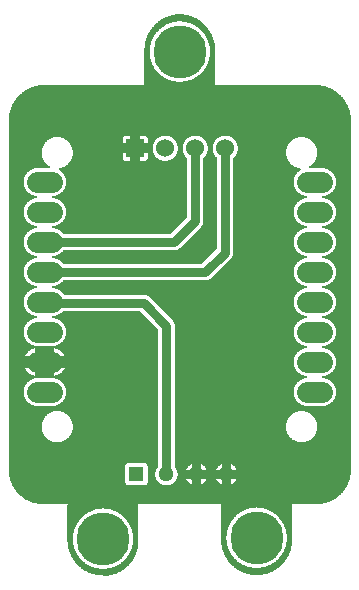
<source format=gbl>
G04 Layer: BottomLayer*
G04 EasyEDA v6.2.46, 2019-11-22T14:34:10+02:00*
G04 5335dd83e34847d8b21879a5d4bfddff,7760fd71129a401ca35dedc6c0295012,10*
G04 Gerber Generator version 0.2*
G04 Scale: 100 percent, Rotated: No, Reflected: No *
G04 Dimensions in millimeters *
G04 leading zeros omitted , absolute positions ,3 integer and 3 decimal *
%FSLAX33Y33*%
%MOMM*%
G90*
G71D02*

%ADD11C,0.799998*%
%ADD12R,1.524000X1.524000*%
%ADD13C,1.524000*%
%ADD14R,1.295400X1.295400*%
%ADD15C,1.295400*%
%ADD16C,4.499991*%
%ADD17C,1.739900*%

%LPD*%
G36*
G01X14578Y47565D02*
G01X14499Y47566D01*
G01X14421Y47565D01*
G01X14343Y47562D01*
G01X14264Y47557D01*
G01X14186Y47550D01*
G01X14108Y47541D01*
G01X14031Y47530D01*
G01X13954Y47516D01*
G01X13877Y47501D01*
G01X13800Y47484D01*
G01X13724Y47464D01*
G01X13649Y47443D01*
G01X13574Y47420D01*
G01X13500Y47395D01*
G01X13426Y47368D01*
G01X13353Y47339D01*
G01X13281Y47308D01*
G01X13210Y47275D01*
G01X13139Y47240D01*
G01X13070Y47204D01*
G01X13002Y47165D01*
G01X12934Y47125D01*
G01X12868Y47084D01*
G01X12803Y47040D01*
G01X12739Y46995D01*
G01X12676Y46948D01*
G01X12614Y46899D01*
G01X12554Y46849D01*
G01X12495Y46798D01*
G01X12437Y46744D01*
G01X12381Y46690D01*
G01X12326Y46634D01*
G01X12273Y46576D01*
G01X12221Y46517D01*
G01X12171Y46457D01*
G01X12123Y46395D01*
G01X12076Y46332D01*
G01X12030Y46268D01*
G01X11987Y46203D01*
G01X11945Y46137D01*
G01X11905Y46070D01*
G01X11866Y46001D01*
G01X11830Y45932D01*
G01X11795Y45862D01*
G01X11762Y45790D01*
G01X11731Y45718D01*
G01X11702Y45646D01*
G01X11675Y45572D01*
G01X11649Y45498D01*
G01X11626Y45423D01*
G01X11605Y45347D01*
G01X11585Y45271D01*
G01X11568Y45195D01*
G01X11553Y45118D01*
G01X11539Y45041D01*
G01X11528Y44963D01*
G01X11519Y44885D01*
G01X11511Y44807D01*
G01X11506Y44729D01*
G01X11503Y44651D01*
G01X11502Y44572D01*
G01X11502Y41569D01*
G01X11497Y41568D01*
G01X11499Y41566D01*
G01X3125Y41566D01*
G01X3000Y41567D01*
G01X2999Y41567D01*
G01X2921Y41566D01*
G01X2843Y41562D01*
G01X2764Y41557D01*
G01X2686Y41550D01*
G01X2608Y41541D01*
G01X2531Y41530D01*
G01X2453Y41516D01*
G01X2376Y41501D01*
G01X2300Y41484D01*
G01X2224Y41464D01*
G01X2148Y41443D01*
G01X2073Y41420D01*
G01X1999Y41395D01*
G01X1925Y41367D01*
G01X1852Y41338D01*
G01X1780Y41307D01*
G01X1709Y41275D01*
G01X1639Y41240D01*
G01X1569Y41203D01*
G01X1501Y41165D01*
G01X1433Y41125D01*
G01X1367Y41083D01*
G01X1302Y41039D01*
G01X1238Y40994D01*
G01X1175Y40947D01*
G01X1113Y40899D01*
G01X1053Y40848D01*
G01X994Y40797D01*
G01X936Y40743D01*
G01X880Y40689D01*
G01X825Y40632D01*
G01X772Y40575D01*
G01X720Y40516D01*
G01X670Y40455D01*
G01X621Y40394D01*
G01X574Y40331D01*
G01X529Y40267D01*
G01X486Y40202D01*
G01X444Y40135D01*
G01X404Y40068D01*
G01X365Y39999D01*
G01X329Y39930D01*
G01X294Y39860D01*
G01X261Y39788D01*
G01X230Y39716D01*
G01X201Y39643D01*
G01X174Y39570D01*
G01X149Y39495D01*
G01X125Y39420D01*
G01X104Y39345D01*
G01X85Y39269D01*
G01X68Y39192D01*
G01X52Y39115D01*
G01X39Y39038D01*
G01X28Y38960D01*
G01X18Y38882D01*
G01X11Y38804D01*
G01X6Y38726D01*
G01X3Y38648D01*
G01X2Y38569D01*
G01X2Y9069D01*
G01X3Y8991D01*
G01X6Y8912D01*
G01X11Y8834D01*
G01X18Y8756D01*
G01X28Y8678D01*
G01X39Y8601D01*
G01X52Y8523D01*
G01X67Y8446D01*
G01X85Y8370D01*
G01X104Y8294D01*
G01X125Y8218D01*
G01X148Y8144D01*
G01X174Y8069D01*
G01X201Y7996D01*
G01X230Y7923D01*
G01X261Y7851D01*
G01X294Y7780D01*
G01X328Y7709D01*
G01X365Y7640D01*
G01X403Y7572D01*
G01X443Y7504D01*
G01X485Y7438D01*
G01X528Y7373D01*
G01X574Y7309D01*
G01X620Y7246D01*
G01X669Y7184D01*
G01X719Y7124D01*
G01X771Y7065D01*
G01X824Y7007D01*
G01X879Y6951D01*
G01X935Y6896D01*
G01X992Y6843D01*
G01X1051Y6791D01*
G01X1111Y6741D01*
G01X1173Y6692D01*
G01X1236Y6646D01*
G01X1300Y6600D01*
G01X1365Y6557D01*
G01X1431Y6515D01*
G01X1498Y6475D01*
G01X1567Y6436D01*
G01X1636Y6400D01*
G01X1706Y6365D01*
G01X1778Y6332D01*
G01X1850Y6301D01*
G01X1922Y6272D01*
G01X1996Y6245D01*
G01X2070Y6219D01*
G01X2145Y6196D01*
G01X2220Y6175D01*
G01X2296Y6155D01*
G01X2373Y6138D01*
G01X2450Y6122D01*
G01X2527Y6109D01*
G01X2605Y6098D01*
G01X2682Y6088D01*
G01X2761Y6081D01*
G01X2839Y6076D01*
G01X2917Y6073D01*
G01X2995Y6072D01*
G01X3003Y6072D01*
G01X3053Y6076D01*
G01X4988Y6072D01*
G01X4999Y6072D01*
G01X5000Y6067D01*
G01X5002Y6069D01*
G01X5001Y6067D01*
G01X5002Y6068D01*
G01X4995Y6053D01*
G01X4992Y6037D01*
G01X4990Y6021D01*
G01X4990Y3051D01*
G01X4991Y2973D01*
G01X4994Y2894D01*
G01X4999Y2816D01*
G01X5007Y2738D01*
G01X5016Y2660D01*
G01X5027Y2582D01*
G01X5041Y2505D01*
G01X5056Y2428D01*
G01X5073Y2352D01*
G01X5093Y2276D01*
G01X5114Y2200D01*
G01X5137Y2125D01*
G01X5162Y2051D01*
G01X5190Y1978D01*
G01X5219Y1905D01*
G01X5250Y1833D01*
G01X5283Y1761D01*
G01X5317Y1691D01*
G01X5354Y1622D01*
G01X5392Y1553D01*
G01X5432Y1486D01*
G01X5474Y1420D01*
G01X5518Y1354D01*
G01X5563Y1290D01*
G01X5610Y1227D01*
G01X5659Y1166D01*
G01X5709Y1106D01*
G01X5761Y1047D01*
G01X5814Y989D01*
G01X5869Y933D01*
G01X5925Y878D01*
G01X5982Y825D01*
G01X6041Y773D01*
G01X6102Y723D01*
G01X6163Y675D01*
G01X6226Y628D01*
G01X6290Y582D01*
G01X6356Y539D01*
G01X6422Y497D01*
G01X6489Y457D01*
G01X6558Y419D01*
G01X6627Y382D01*
G01X6698Y347D01*
G01X6769Y315D01*
G01X6841Y284D01*
G01X6914Y255D01*
G01X6987Y227D01*
G01X7062Y202D01*
G01X7136Y179D01*
G01X7212Y158D01*
G01X7288Y138D01*
G01X7365Y121D01*
G01X7441Y106D01*
G01X7519Y93D01*
G01X7596Y81D01*
G01X7674Y72D01*
G01X7752Y65D01*
G01X7831Y60D01*
G01X7909Y57D01*
G01X7987Y56D01*
G01X7990Y53D01*
G01X7990Y54D01*
G01X7998Y42D01*
G01X8009Y31D01*
G01X8020Y21D01*
G01X8034Y14D01*
G01X8048Y8D01*
G01X8063Y5D01*
G01X8078Y3D01*
G01X8082Y4D01*
G01X8081Y3D01*
G01X8159Y7D01*
G01X8237Y12D01*
G01X8315Y20D01*
G01X8392Y30D01*
G01X8470Y41D01*
G01X8547Y55D01*
G01X8623Y70D01*
G01X8699Y88D01*
G01X8775Y107D01*
G01X8850Y129D01*
G01X8925Y152D01*
G01X8999Y178D01*
G01X9072Y205D01*
G01X9144Y234D01*
G01X9216Y265D01*
G01X9287Y298D01*
G01X9357Y333D01*
G01X9426Y370D01*
G01X9494Y408D01*
G01X9561Y448D01*
G01X9627Y490D01*
G01X9692Y534D01*
G01X9756Y579D01*
G01X9818Y626D01*
G01X9880Y675D01*
G01X9940Y725D01*
G01X9998Y776D01*
G01X10055Y830D01*
G01X10111Y884D01*
G01X10166Y940D01*
G01X10219Y998D01*
G01X10270Y1057D01*
G01X10320Y1117D01*
G01X10368Y1178D01*
G01X10415Y1241D01*
G01X10460Y1305D01*
G01X10503Y1370D01*
G01X10545Y1436D01*
G01X10585Y1503D01*
G01X10623Y1572D01*
G01X10659Y1641D01*
G01X10694Y1711D01*
G01X10727Y1782D01*
G01X10757Y1854D01*
G01X10786Y1926D01*
G01X10813Y2000D01*
G01X10838Y2074D01*
G01X10862Y2148D01*
G01X10883Y2224D01*
G01X10902Y2299D01*
G01X10919Y2376D01*
G01X10935Y2452D01*
G01X10948Y2529D01*
G01X10959Y2607D01*
G01X10968Y2684D01*
G01X10976Y2762D01*
G01X10981Y2840D01*
G01X10984Y2918D01*
G01X10985Y2996D01*
G01X10985Y6000D01*
G01X10997Y6070D01*
G01X11000Y6072D01*
G01X17946Y6072D01*
G01X17964Y6073D01*
G01X17982Y6078D01*
G01X18000Y6087D01*
G01X18002Y6084D01*
G01X18002Y3082D01*
G01X18003Y3003D01*
G01X18006Y2925D01*
G01X18011Y2847D01*
G01X18019Y2769D01*
G01X18028Y2691D01*
G01X18039Y2613D01*
G01X18053Y2536D01*
G01X18068Y2459D01*
G01X18085Y2382D01*
G01X18105Y2306D01*
G01X18126Y2231D01*
G01X18149Y2156D01*
G01X18175Y2082D01*
G01X18202Y2008D01*
G01X18231Y1935D01*
G01X18262Y1863D01*
G01X18295Y1792D01*
G01X18330Y1722D01*
G01X18366Y1652D01*
G01X18404Y1584D01*
G01X18486Y1450D01*
G01X18530Y1385D01*
G01X18575Y1321D01*
G01X18622Y1258D01*
G01X18671Y1197D01*
G01X18721Y1136D01*
G01X18773Y1077D01*
G01X18826Y1020D01*
G01X18881Y964D01*
G01X18937Y909D01*
G01X18995Y856D01*
G01X19054Y804D01*
G01X19114Y754D01*
G01X19176Y705D01*
G01X19238Y658D01*
G01X19302Y613D01*
G01X19368Y570D01*
G01X19434Y528D01*
G01X19501Y488D01*
G01X19570Y449D01*
G01X19639Y413D01*
G01X19710Y378D01*
G01X19781Y345D01*
G01X19853Y315D01*
G01X19926Y285D01*
G01X19999Y258D01*
G01X20074Y233D01*
G01X20149Y210D01*
G01X20224Y189D01*
G01X20300Y169D01*
G01X20377Y152D01*
G01X20454Y137D01*
G01X20531Y123D01*
G01X20608Y112D01*
G01X20686Y103D01*
G01X20764Y96D01*
G01X20843Y91D01*
G01X20921Y88D01*
G01X21000Y87D01*
G01X21078Y88D01*
G01X21156Y91D01*
G01X21235Y96D01*
G01X21313Y103D01*
G01X21391Y112D01*
G01X21468Y123D01*
G01X21545Y137D01*
G01X21622Y152D01*
G01X21699Y169D01*
G01X21775Y189D01*
G01X21850Y210D01*
G01X21925Y233D01*
G01X22000Y258D01*
G01X22073Y285D01*
G01X22146Y314D01*
G01X22218Y345D01*
G01X22289Y378D01*
G01X22360Y413D01*
G01X22429Y449D01*
G01X22497Y488D01*
G01X22565Y528D01*
G01X22631Y569D01*
G01X22696Y613D01*
G01X22760Y658D01*
G01X22823Y705D01*
G01X22885Y754D01*
G01X22945Y804D01*
G01X23004Y855D01*
G01X23062Y909D01*
G01X23118Y963D01*
G01X23173Y1019D01*
G01X23226Y1077D01*
G01X23278Y1136D01*
G01X23328Y1196D01*
G01X23376Y1258D01*
G01X23423Y1321D01*
G01X23469Y1385D01*
G01X23512Y1450D01*
G01X23554Y1516D01*
G01X23594Y1583D01*
G01X23633Y1652D01*
G01X23669Y1721D01*
G01X23704Y1791D01*
G01X23737Y1863D01*
G01X23768Y1935D01*
G01X23797Y2007D01*
G01X23824Y2081D01*
G01X23850Y2155D01*
G01X23873Y2230D01*
G01X23894Y2306D01*
G01X23914Y2382D01*
G01X23931Y2458D01*
G01X23946Y2535D01*
G01X23960Y2612D01*
G01X23971Y2690D01*
G01X23980Y2768D01*
G01X23988Y2846D01*
G01X23993Y2924D01*
G01X23996Y3002D01*
G01X23997Y3081D01*
G01X23997Y6084D01*
G01X24000Y6087D01*
G01X24001Y6086D01*
G01X24017Y6078D01*
G01X24035Y6073D01*
G01X24053Y6072D01*
G01X25999Y6072D01*
G01X26078Y6073D01*
G01X26156Y6076D01*
G01X26235Y6081D01*
G01X26313Y6088D01*
G01X26390Y6097D01*
G01X26468Y6108D01*
G01X26545Y6122D01*
G01X26622Y6137D01*
G01X26699Y6154D01*
G01X26775Y6174D01*
G01X26850Y6195D01*
G01X26925Y6218D01*
G01X26999Y6243D01*
G01X27073Y6270D01*
G01X27146Y6299D01*
G01X27218Y6330D01*
G01X27289Y6363D01*
G01X27359Y6398D01*
G01X27429Y6434D01*
G01X27497Y6473D01*
G01X27565Y6513D01*
G01X27631Y6555D01*
G01X27696Y6598D01*
G01X27760Y6643D01*
G01X27823Y6690D01*
G01X27885Y6739D01*
G01X27945Y6789D01*
G01X28004Y6840D01*
G01X28062Y6894D01*
G01X28118Y6948D01*
G01X28173Y7004D01*
G01X28226Y7062D01*
G01X28278Y7121D01*
G01X28328Y7181D01*
G01X28376Y7243D01*
G01X28423Y7306D01*
G01X28469Y7370D01*
G01X28512Y7435D01*
G01X28554Y7501D01*
G01X28594Y7568D01*
G01X28633Y7637D01*
G01X28669Y7706D01*
G01X28704Y7776D01*
G01X28737Y7848D01*
G01X28768Y7920D01*
G01X28797Y7992D01*
G01X28824Y8066D01*
G01X28849Y8140D01*
G01X28873Y8215D01*
G01X28894Y8291D01*
G01X28913Y8367D01*
G01X28931Y8443D01*
G01X28946Y8520D01*
G01X28960Y8597D01*
G01X28971Y8675D01*
G01X28980Y8753D01*
G01X28987Y8831D01*
G01X28993Y8909D01*
G01X28996Y8987D01*
G01X28997Y9066D01*
G01X28997Y38569D01*
G01X28996Y38647D01*
G01X28993Y38726D01*
G01X28988Y38804D01*
G01X28980Y38882D01*
G01X28971Y38960D01*
G01X28960Y39038D01*
G01X28947Y39115D01*
G01X28931Y39192D01*
G01X28914Y39269D01*
G01X28895Y39345D01*
G01X28873Y39420D01*
G01X28850Y39495D01*
G01X28825Y39570D01*
G01X28798Y39643D01*
G01X28769Y39716D01*
G01X28738Y39788D01*
G01X28705Y39859D01*
G01X28670Y39930D01*
G01X28634Y39999D01*
G01X28595Y40068D01*
G01X28555Y40135D01*
G01X28513Y40202D01*
G01X28470Y40267D01*
G01X28424Y40331D01*
G01X28377Y40394D01*
G01X28329Y40455D01*
G01X28279Y40516D01*
G01X28227Y40575D01*
G01X28174Y40632D01*
G01X28119Y40689D01*
G01X28063Y40743D01*
G01X28005Y40797D01*
G01X27946Y40848D01*
G01X27886Y40898D01*
G01X27824Y40947D01*
G01X27761Y40994D01*
G01X27697Y41039D01*
G01X27632Y41083D01*
G01X27566Y41125D01*
G01X27498Y41165D01*
G01X27430Y41203D01*
G01X27360Y41240D01*
G01X27290Y41274D01*
G01X27219Y41307D01*
G01X27147Y41338D01*
G01X27074Y41367D01*
G01X27000Y41395D01*
G01X26926Y41420D01*
G01X26851Y41443D01*
G01X26775Y41464D01*
G01X26699Y41484D01*
G01X26623Y41501D01*
G01X26546Y41516D01*
G01X26468Y41530D01*
G01X26391Y41541D01*
G01X26313Y41550D01*
G01X26235Y41557D01*
G01X26156Y41562D01*
G01X26078Y41565D01*
G01X25999Y41566D01*
G01X17499Y41566D01*
G01X17497Y41569D01*
G01X17497Y44571D01*
G01X17496Y44650D01*
G01X17493Y44728D01*
G01X17488Y44806D01*
G01X17480Y44884D01*
G01X17471Y44962D01*
G01X17460Y45040D01*
G01X17446Y45117D01*
G01X17431Y45194D01*
G01X17414Y45271D01*
G01X17394Y45347D01*
G01X17373Y45422D01*
G01X17350Y45497D01*
G01X17324Y45571D01*
G01X17297Y45645D01*
G01X17268Y45718D01*
G01X17237Y45790D01*
G01X17204Y45861D01*
G01X17170Y45931D01*
G01X17133Y46001D01*
G01X17095Y46069D01*
G01X17013Y46203D01*
G01X16969Y46268D01*
G01X16924Y46332D01*
G01X16877Y46395D01*
G01X16828Y46456D01*
G01X16778Y46517D01*
G01X16726Y46576D01*
G01X16673Y46633D01*
G01X16618Y46689D01*
G01X16562Y46744D01*
G01X16504Y46797D01*
G01X16445Y46849D01*
G01X16385Y46899D01*
G01X16323Y46948D01*
G01X16261Y46995D01*
G01X16197Y47040D01*
G01X16131Y47083D01*
G01X16065Y47125D01*
G01X15998Y47165D01*
G01X15929Y47204D01*
G01X15860Y47240D01*
G01X15789Y47275D01*
G01X15718Y47308D01*
G01X15646Y47339D01*
G01X15573Y47368D01*
G01X15500Y47395D01*
G01X15425Y47420D01*
G01X15350Y47443D01*
G01X15275Y47464D01*
G01X15199Y47484D01*
G01X15122Y47501D01*
G01X15045Y47516D01*
G01X14968Y47530D01*
G01X14891Y47541D01*
G01X14813Y47550D01*
G01X14735Y47557D01*
G01X14656Y47562D01*
G01X14578Y47565D01*
G37*

%LPC*%
G36*
G01X15845Y37280D02*
G01X15798Y37281D01*
G01X15750Y37280D01*
G01X15702Y37276D01*
G01X15655Y37271D01*
G01X15608Y37263D01*
G01X15561Y37254D01*
G01X15515Y37242D01*
G01X15469Y37228D01*
G01X15424Y37213D01*
G01X15379Y37195D01*
G01X15336Y37175D01*
G01X15293Y37153D01*
G01X15252Y37130D01*
G01X15211Y37104D01*
G01X15172Y37077D01*
G01X15134Y37048D01*
G01X15097Y37018D01*
G01X15062Y36985D01*
G01X15028Y36952D01*
G01X14996Y36916D01*
G01X14965Y36880D01*
G01X14936Y36842D01*
G01X14909Y36802D01*
G01X14884Y36762D01*
G01X14860Y36720D01*
G01X14839Y36678D01*
G01X14819Y36634D01*
G01X14801Y36590D01*
G01X14785Y36545D01*
G01X14772Y36499D01*
G01X14760Y36453D01*
G01X14750Y36406D01*
G01X14743Y36359D01*
G01X14737Y36311D01*
G01X14734Y36264D01*
G01X14733Y36216D01*
G01X14734Y36167D01*
G01X14738Y36118D01*
G01X14743Y36070D01*
G01X14751Y36022D01*
G01X14761Y35974D01*
G01X14773Y35926D01*
G01X14788Y35880D01*
G01X14804Y35834D01*
G01X14823Y35788D01*
G01X14843Y35744D01*
G01X14866Y35701D01*
G01X14891Y35659D01*
G01X14917Y35618D01*
G01X14946Y35578D01*
G01X14976Y35539D01*
G01X15008Y35502D01*
G01X15041Y35467D01*
G01X15052Y35455D01*
G01X15060Y35441D01*
G01X15066Y35426D01*
G01X15070Y35411D01*
G01X15071Y35395D01*
G01X15071Y30364D01*
G01X15070Y30348D01*
G01X15066Y30333D01*
G01X15060Y30318D01*
G01X15052Y30304D01*
G01X15041Y30292D01*
G01X13760Y29011D01*
G01X13748Y29001D01*
G01X13735Y28993D01*
G01X13720Y28987D01*
G01X13704Y28983D01*
G01X13688Y28982D01*
G01X4688Y28982D01*
G01X4673Y28983D01*
G01X4658Y28986D01*
G01X4644Y28992D01*
G01X4631Y28999D01*
G01X4619Y29008D01*
G01X4609Y29019D01*
G01X4577Y29057D01*
G01X4543Y29094D01*
G01X4507Y29129D01*
G01X4471Y29162D01*
G01X4432Y29194D01*
G01X4393Y29225D01*
G01X4352Y29253D01*
G01X4310Y29280D01*
G01X4267Y29305D01*
G01X4223Y29328D01*
G01X4178Y29350D01*
G01X4132Y29369D01*
G01X4085Y29386D01*
G01X4038Y29402D01*
G01X3990Y29415D01*
G01X3941Y29426D01*
G01X3892Y29436D01*
G01X3843Y29443D01*
G01X3793Y29448D01*
G01X3778Y29450D01*
G01X3764Y29455D01*
G01X3750Y29461D01*
G01X3738Y29470D01*
G01X3727Y29480D01*
G01X3717Y29492D01*
G01X3710Y29505D01*
G01X3704Y29519D01*
G01X3701Y29534D01*
G01X3700Y29549D01*
G01X3701Y29564D01*
G01X3704Y29579D01*
G01X3710Y29593D01*
G01X3717Y29606D01*
G01X3727Y29618D01*
G01X3738Y29628D01*
G01X3750Y29637D01*
G01X3764Y29643D01*
G01X3778Y29648D01*
G01X3793Y29650D01*
G01X3843Y29655D01*
G01X3893Y29663D01*
G01X3942Y29672D01*
G01X3990Y29683D01*
G01X4038Y29697D01*
G01X4086Y29712D01*
G01X4133Y29729D01*
G01X4179Y29749D01*
G01X4224Y29770D01*
G01X4268Y29794D01*
G01X4311Y29819D01*
G01X4353Y29846D01*
G01X4394Y29874D01*
G01X4434Y29905D01*
G01X4472Y29937D01*
G01X4509Y29970D01*
G01X4544Y30006D01*
G01X4578Y30042D01*
G01X4610Y30080D01*
G01X4641Y30120D01*
G01X4670Y30161D01*
G01X4697Y30203D01*
G01X4722Y30246D01*
G01X4746Y30290D01*
G01X4767Y30335D01*
G01X4787Y30381D01*
G01X4805Y30427D01*
G01X4820Y30475D01*
G01X4834Y30523D01*
G01X4846Y30571D01*
G01X4855Y30620D01*
G01X4863Y30670D01*
G01X4868Y30719D01*
G01X4871Y30769D01*
G01X4872Y30819D01*
G01X4871Y30869D01*
G01X4868Y30919D01*
G01X4863Y30968D01*
G01X4855Y31018D01*
G01X4846Y31067D01*
G01X4834Y31115D01*
G01X4820Y31163D01*
G01X4805Y31211D01*
G01X4787Y31258D01*
G01X4767Y31303D01*
G01X4746Y31348D01*
G01X4722Y31393D01*
G01X4697Y31436D01*
G01X4670Y31477D01*
G01X4641Y31518D01*
G01X4610Y31558D01*
G01X4578Y31596D01*
G01X4544Y31632D01*
G01X4509Y31668D01*
G01X4472Y31701D01*
G01X4434Y31733D01*
G01X4394Y31764D01*
G01X4353Y31793D01*
G01X4311Y31819D01*
G01X4268Y31845D01*
G01X4224Y31868D01*
G01X4179Y31889D01*
G01X4133Y31909D01*
G01X4086Y31926D01*
G01X4038Y31942D01*
G01X3990Y31955D01*
G01X3942Y31966D01*
G01X3893Y31976D01*
G01X3843Y31983D01*
G01X3793Y31988D01*
G01X3778Y31990D01*
G01X3764Y31995D01*
G01X3750Y32001D01*
G01X3738Y32010D01*
G01X3727Y32020D01*
G01X3717Y32032D01*
G01X3710Y32045D01*
G01X3704Y32059D01*
G01X3701Y32074D01*
G01X3700Y32089D01*
G01X3701Y32104D01*
G01X3704Y32119D01*
G01X3710Y32133D01*
G01X3717Y32146D01*
G01X3727Y32158D01*
G01X3738Y32168D01*
G01X3750Y32177D01*
G01X3764Y32183D01*
G01X3778Y32188D01*
G01X3793Y32190D01*
G01X3843Y32195D01*
G01X3893Y32203D01*
G01X3942Y32212D01*
G01X3990Y32223D01*
G01X4038Y32237D01*
G01X4086Y32252D01*
G01X4133Y32269D01*
G01X4179Y32289D01*
G01X4224Y32310D01*
G01X4268Y32334D01*
G01X4311Y32359D01*
G01X4353Y32386D01*
G01X4394Y32414D01*
G01X4434Y32445D01*
G01X4472Y32477D01*
G01X4509Y32510D01*
G01X4544Y32546D01*
G01X4578Y32582D01*
G01X4610Y32620D01*
G01X4641Y32660D01*
G01X4670Y32701D01*
G01X4697Y32743D01*
G01X4722Y32786D01*
G01X4746Y32830D01*
G01X4767Y32875D01*
G01X4787Y32921D01*
G01X4805Y32967D01*
G01X4820Y33015D01*
G01X4834Y33063D01*
G01X4846Y33111D01*
G01X4855Y33160D01*
G01X4863Y33210D01*
G01X4868Y33259D01*
G01X4871Y33309D01*
G01X4872Y33359D01*
G01X4871Y33409D01*
G01X4868Y33459D01*
G01X4862Y33509D01*
G01X4855Y33559D01*
G01X4845Y33608D01*
G01X4834Y33657D01*
G01X4820Y33705D01*
G01X4804Y33752D01*
G01X4786Y33799D01*
G01X4766Y33845D01*
G01X4745Y33891D01*
G01X4721Y33935D01*
G01X4695Y33978D01*
G01X4668Y34020D01*
G01X4639Y34061D01*
G01X4608Y34100D01*
G01X4576Y34138D01*
G01X4541Y34175D01*
G01X4506Y34210D01*
G01X4469Y34244D01*
G01X4430Y34276D01*
G01X4390Y34307D01*
G01X4349Y34335D01*
G01X4307Y34362D01*
G01X4295Y34371D01*
G01X4284Y34381D01*
G01X4275Y34393D01*
G01X4267Y34406D01*
G01X4262Y34420D01*
G01X4259Y34434D01*
G01X4258Y34449D01*
G01X4259Y34465D01*
G01X4263Y34480D01*
G01X4269Y34495D01*
G01X4277Y34508D01*
G01X4287Y34520D01*
G01X4299Y34531D01*
G01X4312Y34539D01*
G01X4327Y34545D01*
G01X4342Y34549D01*
G01X4393Y34559D01*
G01X4445Y34571D01*
G01X4495Y34586D01*
G01X4545Y34602D01*
G01X4595Y34620D01*
G01X4643Y34640D01*
G01X4691Y34662D01*
G01X4738Y34686D01*
G01X4784Y34712D01*
G01X4829Y34740D01*
G01X4872Y34769D01*
G01X4915Y34800D01*
G01X4956Y34833D01*
G01X4996Y34868D01*
G01X5034Y34903D01*
G01X5071Y34941D01*
G01X5106Y34980D01*
G01X5140Y35020D01*
G01X5172Y35062D01*
G01X5203Y35105D01*
G01X5232Y35149D01*
G01X5259Y35194D01*
G01X5284Y35240D01*
G01X5307Y35287D01*
G01X5329Y35335D01*
G01X5348Y35384D01*
G01X5366Y35434D01*
G01X5381Y35484D01*
G01X5395Y35535D01*
G01X5406Y35586D01*
G01X5415Y35638D01*
G01X5423Y35690D01*
G01X5428Y35743D01*
G01X5431Y35795D01*
G01X5432Y35848D01*
G01X5431Y35900D01*
G01X5428Y35951D01*
G01X5423Y36003D01*
G01X5416Y36054D01*
G01X5407Y36105D01*
G01X5396Y36156D01*
G01X5383Y36206D01*
G01X5368Y36255D01*
G01X5351Y36304D01*
G01X5332Y36352D01*
G01X5311Y36400D01*
G01X5289Y36446D01*
G01X5264Y36492D01*
G01X5238Y36537D01*
G01X5210Y36580D01*
G01X5180Y36623D01*
G01X5149Y36664D01*
G01X5116Y36704D01*
G01X5082Y36743D01*
G01X5046Y36780D01*
G01X5009Y36816D01*
G01X4970Y36850D01*
G01X4930Y36883D01*
G01X4889Y36914D01*
G01X4846Y36944D01*
G01X4803Y36972D01*
G01X4758Y36998D01*
G01X4712Y37023D01*
G01X4666Y37045D01*
G01X4618Y37066D01*
G01X4570Y37085D01*
G01X4521Y37102D01*
G01X4472Y37117D01*
G01X4422Y37130D01*
G01X4371Y37141D01*
G01X4320Y37150D01*
G01X4269Y37157D01*
G01X4217Y37162D01*
G01X4165Y37165D01*
G01X4114Y37166D01*
G01X4062Y37165D01*
G01X4010Y37162D01*
G01X3959Y37157D01*
G01X3907Y37150D01*
G01X3856Y37141D01*
G01X3806Y37130D01*
G01X3756Y37117D01*
G01X3706Y37102D01*
G01X3657Y37085D01*
G01X3609Y37066D01*
G01X3562Y37045D01*
G01X3515Y37023D01*
G01X3469Y36998D01*
G01X3425Y36972D01*
G01X3381Y36944D01*
G01X3339Y36914D01*
G01X3297Y36883D01*
G01X3257Y36850D01*
G01X3219Y36816D01*
G01X3181Y36780D01*
G01X3145Y36743D01*
G01X3111Y36704D01*
G01X3078Y36664D01*
G01X3047Y36623D01*
G01X3017Y36580D01*
G01X2989Y36537D01*
G01X2963Y36492D01*
G01X2939Y36446D01*
G01X2916Y36400D01*
G01X2896Y36352D01*
G01X2877Y36304D01*
G01X2860Y36255D01*
G01X2845Y36206D01*
G01X2832Y36156D01*
G01X2821Y36105D01*
G01X2811Y36054D01*
G01X2804Y36003D01*
G01X2799Y35951D01*
G01X2796Y35900D01*
G01X2795Y35848D01*
G01X2796Y35796D01*
G01X2799Y35744D01*
G01X2804Y35692D01*
G01X2812Y35640D01*
G01X2821Y35589D01*
G01X2832Y35538D01*
G01X2845Y35488D01*
G01X2860Y35438D01*
G01X2877Y35389D01*
G01X2917Y35293D01*
G01X2940Y35246D01*
G01X2965Y35201D01*
G01X2991Y35156D01*
G01X3020Y35112D01*
G01X3049Y35069D01*
G01X3081Y35028D01*
G01X3114Y34988D01*
G01X3149Y34949D01*
G01X3185Y34912D01*
G01X3223Y34876D01*
G01X3262Y34841D01*
G01X3302Y34809D01*
G01X3344Y34777D01*
G01X3387Y34748D01*
G01X3430Y34720D01*
G01X3443Y34711D01*
G01X3453Y34701D01*
G01X3462Y34689D01*
G01X3470Y34676D01*
G01X3475Y34662D01*
G01X3478Y34648D01*
G01X3479Y34633D01*
G01X3478Y34619D01*
G01X3475Y34605D01*
G01X3470Y34591D01*
G01X3463Y34578D01*
G01X3455Y34567D01*
G01X3444Y34556D01*
G01X3433Y34548D01*
G01X3420Y34541D01*
G01X3406Y34536D01*
G01X3392Y34533D01*
G01X3378Y34532D01*
G01X2439Y34532D01*
G01X2390Y34530D01*
G01X2340Y34527D01*
G01X2291Y34522D01*
G01X2241Y34515D01*
G01X2192Y34505D01*
G01X2144Y34494D01*
G01X2096Y34480D01*
G01X2049Y34465D01*
G01X2002Y34447D01*
G01X1957Y34427D01*
G01X1912Y34406D01*
G01X1868Y34383D01*
G01X1825Y34357D01*
G01X1783Y34330D01*
G01X1742Y34302D01*
G01X1703Y34271D01*
G01X1665Y34239D01*
G01X1628Y34206D01*
G01X1593Y34170D01*
G01X1559Y34134D01*
G01X1527Y34096D01*
G01X1497Y34056D01*
G01X1468Y34016D01*
G01X1441Y33974D01*
G01X1416Y33931D01*
G01X1393Y33887D01*
G01X1371Y33842D01*
G01X1352Y33796D01*
G01X1334Y33750D01*
G01X1318Y33702D01*
G01X1305Y33654D01*
G01X1293Y33606D01*
G01X1284Y33557D01*
G01X1276Y33508D01*
G01X1271Y33458D01*
G01X1268Y33409D01*
G01X1267Y33359D01*
G01X1268Y33309D01*
G01X1271Y33259D01*
G01X1277Y33210D01*
G01X1284Y33160D01*
G01X1293Y33111D01*
G01X1305Y33063D01*
G01X1319Y33015D01*
G01X1334Y32967D01*
G01X1352Y32921D01*
G01X1372Y32875D01*
G01X1393Y32830D01*
G01X1417Y32786D01*
G01X1442Y32743D01*
G01X1469Y32701D01*
G01X1498Y32660D01*
G01X1529Y32620D01*
G01X1561Y32582D01*
G01X1595Y32546D01*
G01X1630Y32510D01*
G01X1667Y32477D01*
G01X1706Y32445D01*
G01X1745Y32414D01*
G01X1786Y32386D01*
G01X1828Y32359D01*
G01X1871Y32334D01*
G01X1915Y32310D01*
G01X1960Y32289D01*
G01X2006Y32269D01*
G01X2053Y32252D01*
G01X2101Y32237D01*
G01X2149Y32223D01*
G01X2197Y32212D01*
G01X2247Y32203D01*
G01X2296Y32195D01*
G01X2346Y32190D01*
G01X2361Y32188D01*
G01X2375Y32183D01*
G01X2389Y32177D01*
G01X2401Y32168D01*
G01X2412Y32158D01*
G01X2422Y32146D01*
G01X2429Y32133D01*
G01X2435Y32119D01*
G01X2438Y32104D01*
G01X2439Y32089D01*
G01X2438Y32074D01*
G01X2435Y32059D01*
G01X2429Y32045D01*
G01X2422Y32032D01*
G01X2412Y32020D01*
G01X2401Y32010D01*
G01X2389Y32001D01*
G01X2375Y31995D01*
G01X2361Y31990D01*
G01X2346Y31988D01*
G01X2296Y31983D01*
G01X2247Y31976D01*
G01X2197Y31966D01*
G01X2149Y31955D01*
G01X2101Y31942D01*
G01X2053Y31926D01*
G01X2006Y31909D01*
G01X1960Y31889D01*
G01X1915Y31868D01*
G01X1871Y31845D01*
G01X1828Y31819D01*
G01X1786Y31793D01*
G01X1745Y31764D01*
G01X1706Y31733D01*
G01X1667Y31701D01*
G01X1630Y31668D01*
G01X1595Y31632D01*
G01X1561Y31596D01*
G01X1529Y31558D01*
G01X1498Y31518D01*
G01X1469Y31477D01*
G01X1442Y31436D01*
G01X1417Y31393D01*
G01X1393Y31348D01*
G01X1372Y31303D01*
G01X1352Y31258D01*
G01X1334Y31211D01*
G01X1319Y31163D01*
G01X1305Y31115D01*
G01X1293Y31067D01*
G01X1284Y31018D01*
G01X1277Y30968D01*
G01X1271Y30919D01*
G01X1268Y30869D01*
G01X1267Y30819D01*
G01X1268Y30769D01*
G01X1271Y30719D01*
G01X1277Y30670D01*
G01X1284Y30620D01*
G01X1293Y30571D01*
G01X1305Y30523D01*
G01X1319Y30475D01*
G01X1334Y30427D01*
G01X1352Y30381D01*
G01X1372Y30335D01*
G01X1393Y30290D01*
G01X1417Y30246D01*
G01X1442Y30203D01*
G01X1469Y30161D01*
G01X1498Y30120D01*
G01X1529Y30080D01*
G01X1561Y30042D01*
G01X1595Y30006D01*
G01X1630Y29970D01*
G01X1667Y29937D01*
G01X1706Y29905D01*
G01X1745Y29874D01*
G01X1786Y29846D01*
G01X1828Y29819D01*
G01X1871Y29794D01*
G01X1915Y29770D01*
G01X1960Y29749D01*
G01X2006Y29729D01*
G01X2053Y29712D01*
G01X2101Y29697D01*
G01X2149Y29683D01*
G01X2197Y29672D01*
G01X2247Y29663D01*
G01X2296Y29655D01*
G01X2346Y29650D01*
G01X2361Y29648D01*
G01X2375Y29643D01*
G01X2389Y29637D01*
G01X2401Y29628D01*
G01X2412Y29618D01*
G01X2422Y29606D01*
G01X2429Y29593D01*
G01X2435Y29579D01*
G01X2438Y29564D01*
G01X2439Y29549D01*
G01X2438Y29534D01*
G01X2435Y29519D01*
G01X2429Y29505D01*
G01X2422Y29492D01*
G01X2412Y29480D01*
G01X2401Y29470D01*
G01X2389Y29461D01*
G01X2375Y29455D01*
G01X2361Y29450D01*
G01X2346Y29448D01*
G01X2296Y29443D01*
G01X2247Y29436D01*
G01X2197Y29426D01*
G01X2149Y29415D01*
G01X2101Y29402D01*
G01X2053Y29386D01*
G01X2006Y29369D01*
G01X1960Y29349D01*
G01X1915Y29328D01*
G01X1871Y29305D01*
G01X1828Y29279D01*
G01X1786Y29253D01*
G01X1745Y29224D01*
G01X1706Y29193D01*
G01X1667Y29161D01*
G01X1630Y29128D01*
G01X1595Y29092D01*
G01X1561Y29056D01*
G01X1529Y29018D01*
G01X1498Y28978D01*
G01X1469Y28937D01*
G01X1442Y28896D01*
G01X1417Y28853D01*
G01X1393Y28808D01*
G01X1372Y28763D01*
G01X1352Y28718D01*
G01X1334Y28671D01*
G01X1319Y28623D01*
G01X1305Y28575D01*
G01X1293Y28527D01*
G01X1284Y28478D01*
G01X1277Y28428D01*
G01X1271Y28379D01*
G01X1268Y28329D01*
G01X1267Y28279D01*
G01X1268Y28229D01*
G01X1271Y28179D01*
G01X1277Y28130D01*
G01X1284Y28080D01*
G01X1293Y28031D01*
G01X1305Y27983D01*
G01X1319Y27935D01*
G01X1334Y27887D01*
G01X1352Y27841D01*
G01X1372Y27795D01*
G01X1393Y27750D01*
G01X1417Y27706D01*
G01X1442Y27663D01*
G01X1469Y27621D01*
G01X1498Y27580D01*
G01X1529Y27540D01*
G01X1561Y27502D01*
G01X1595Y27466D01*
G01X1630Y27430D01*
G01X1667Y27397D01*
G01X1706Y27365D01*
G01X1745Y27334D01*
G01X1786Y27306D01*
G01X1828Y27279D01*
G01X1871Y27254D01*
G01X1915Y27230D01*
G01X1960Y27209D01*
G01X2006Y27189D01*
G01X2053Y27172D01*
G01X2101Y27157D01*
G01X2149Y27143D01*
G01X2197Y27132D01*
G01X2247Y27123D01*
G01X2296Y27115D01*
G01X2346Y27110D01*
G01X2361Y27108D01*
G01X2375Y27103D01*
G01X2389Y27097D01*
G01X2401Y27088D01*
G01X2412Y27078D01*
G01X2422Y27066D01*
G01X2429Y27053D01*
G01X2435Y27039D01*
G01X2438Y27024D01*
G01X2439Y27009D01*
G01X2438Y26994D01*
G01X2435Y26979D01*
G01X2429Y26965D01*
G01X2422Y26952D01*
G01X2412Y26940D01*
G01X2401Y26930D01*
G01X2389Y26921D01*
G01X2375Y26915D01*
G01X2361Y26910D01*
G01X2346Y26908D01*
G01X2296Y26903D01*
G01X2247Y26896D01*
G01X2197Y26886D01*
G01X2149Y26875D01*
G01X2101Y26862D01*
G01X2053Y26846D01*
G01X2006Y26829D01*
G01X1960Y26809D01*
G01X1915Y26788D01*
G01X1871Y26765D01*
G01X1828Y26739D01*
G01X1786Y26713D01*
G01X1745Y26684D01*
G01X1706Y26653D01*
G01X1667Y26621D01*
G01X1630Y26588D01*
G01X1595Y26552D01*
G01X1561Y26516D01*
G01X1529Y26478D01*
G01X1498Y26438D01*
G01X1469Y26397D01*
G01X1442Y26356D01*
G01X1417Y26313D01*
G01X1393Y26268D01*
G01X1372Y26223D01*
G01X1352Y26178D01*
G01X1334Y26131D01*
G01X1319Y26083D01*
G01X1305Y26035D01*
G01X1293Y25987D01*
G01X1284Y25938D01*
G01X1277Y25888D01*
G01X1271Y25839D01*
G01X1268Y25789D01*
G01X1267Y25739D01*
G01X1268Y25689D01*
G01X1271Y25639D01*
G01X1277Y25590D01*
G01X1284Y25540D01*
G01X1293Y25491D01*
G01X1305Y25443D01*
G01X1319Y25395D01*
G01X1334Y25347D01*
G01X1352Y25301D01*
G01X1372Y25255D01*
G01X1393Y25210D01*
G01X1417Y25166D01*
G01X1442Y25123D01*
G01X1469Y25081D01*
G01X1498Y25040D01*
G01X1529Y25000D01*
G01X1561Y24962D01*
G01X1595Y24926D01*
G01X1630Y24890D01*
G01X1667Y24857D01*
G01X1706Y24825D01*
G01X1745Y24794D01*
G01X1786Y24766D01*
G01X1828Y24739D01*
G01X1871Y24714D01*
G01X1915Y24690D01*
G01X1960Y24669D01*
G01X2006Y24649D01*
G01X2053Y24632D01*
G01X2101Y24617D01*
G01X2149Y24603D01*
G01X2197Y24592D01*
G01X2247Y24583D01*
G01X2296Y24575D01*
G01X2346Y24570D01*
G01X2361Y24568D01*
G01X2375Y24563D01*
G01X2389Y24557D01*
G01X2401Y24548D01*
G01X2412Y24538D01*
G01X2422Y24526D01*
G01X2429Y24513D01*
G01X2435Y24499D01*
G01X2438Y24484D01*
G01X2439Y24469D01*
G01X2438Y24454D01*
G01X2435Y24439D01*
G01X2429Y24425D01*
G01X2422Y24412D01*
G01X2412Y24400D01*
G01X2401Y24390D01*
G01X2389Y24381D01*
G01X2375Y24375D01*
G01X2361Y24370D01*
G01X2346Y24368D01*
G01X2296Y24363D01*
G01X2247Y24356D01*
G01X2197Y24346D01*
G01X2149Y24335D01*
G01X2101Y24322D01*
G01X2053Y24306D01*
G01X2006Y24289D01*
G01X1960Y24269D01*
G01X1915Y24248D01*
G01X1871Y24225D01*
G01X1828Y24199D01*
G01X1786Y24173D01*
G01X1745Y24144D01*
G01X1706Y24113D01*
G01X1667Y24081D01*
G01X1630Y24048D01*
G01X1595Y24012D01*
G01X1561Y23976D01*
G01X1529Y23938D01*
G01X1498Y23898D01*
G01X1469Y23857D01*
G01X1442Y23816D01*
G01X1417Y23773D01*
G01X1393Y23728D01*
G01X1372Y23683D01*
G01X1352Y23638D01*
G01X1334Y23591D01*
G01X1319Y23543D01*
G01X1305Y23495D01*
G01X1293Y23447D01*
G01X1284Y23398D01*
G01X1277Y23348D01*
G01X1271Y23299D01*
G01X1268Y23249D01*
G01X1267Y23199D01*
G01X1268Y23149D01*
G01X1271Y23099D01*
G01X1277Y23050D01*
G01X1284Y23000D01*
G01X1293Y22951D01*
G01X1305Y22903D01*
G01X1319Y22855D01*
G01X1334Y22807D01*
G01X1352Y22761D01*
G01X1372Y22715D01*
G01X1393Y22670D01*
G01X1417Y22626D01*
G01X1442Y22583D01*
G01X1469Y22541D01*
G01X1498Y22500D01*
G01X1529Y22460D01*
G01X1561Y22422D01*
G01X1595Y22386D01*
G01X1630Y22350D01*
G01X1667Y22317D01*
G01X1706Y22285D01*
G01X1745Y22254D01*
G01X1786Y22226D01*
G01X1828Y22199D01*
G01X1871Y22174D01*
G01X1915Y22150D01*
G01X1960Y22129D01*
G01X2006Y22109D01*
G01X2053Y22092D01*
G01X2101Y22077D01*
G01X2149Y22063D01*
G01X2197Y22052D01*
G01X2247Y22043D01*
G01X2296Y22035D01*
G01X2346Y22030D01*
G01X2361Y22028D01*
G01X2375Y22023D01*
G01X2389Y22017D01*
G01X2401Y22008D01*
G01X2412Y21998D01*
G01X2422Y21986D01*
G01X2429Y21973D01*
G01X2435Y21959D01*
G01X2438Y21944D01*
G01X2439Y21929D01*
G01X2438Y21914D01*
G01X2435Y21899D01*
G01X2429Y21885D01*
G01X2422Y21872D01*
G01X2412Y21860D01*
G01X2401Y21850D01*
G01X2389Y21841D01*
G01X2375Y21835D01*
G01X2361Y21830D01*
G01X2346Y21828D01*
G01X2296Y21823D01*
G01X2247Y21816D01*
G01X2197Y21806D01*
G01X2149Y21795D01*
G01X2101Y21782D01*
G01X2053Y21766D01*
G01X2006Y21749D01*
G01X1960Y21729D01*
G01X1915Y21708D01*
G01X1871Y21685D01*
G01X1828Y21659D01*
G01X1786Y21633D01*
G01X1745Y21604D01*
G01X1706Y21573D01*
G01X1667Y21541D01*
G01X1630Y21508D01*
G01X1595Y21472D01*
G01X1561Y21436D01*
G01X1529Y21398D01*
G01X1498Y21358D01*
G01X1469Y21317D01*
G01X1442Y21276D01*
G01X1417Y21233D01*
G01X1393Y21188D01*
G01X1372Y21143D01*
G01X1352Y21098D01*
G01X1334Y21051D01*
G01X1319Y21003D01*
G01X1305Y20955D01*
G01X1293Y20907D01*
G01X1284Y20858D01*
G01X1277Y20808D01*
G01X1271Y20759D01*
G01X1268Y20709D01*
G01X1267Y20659D01*
G01X1268Y20609D01*
G01X1271Y20559D01*
G01X1277Y20510D01*
G01X1284Y20460D01*
G01X1293Y20411D01*
G01X1305Y20363D01*
G01X1319Y20315D01*
G01X1334Y20267D01*
G01X1352Y20221D01*
G01X1372Y20175D01*
G01X1393Y20130D01*
G01X1417Y20086D01*
G01X1442Y20043D01*
G01X1469Y20001D01*
G01X1498Y19960D01*
G01X1529Y19920D01*
G01X1561Y19882D01*
G01X1595Y19846D01*
G01X1630Y19810D01*
G01X1667Y19777D01*
G01X1706Y19745D01*
G01X1745Y19714D01*
G01X1786Y19686D01*
G01X1828Y19659D01*
G01X1871Y19634D01*
G01X1915Y19610D01*
G01X1960Y19589D01*
G01X2006Y19569D01*
G01X2053Y19552D01*
G01X2101Y19537D01*
G01X2149Y19523D01*
G01X2197Y19512D01*
G01X2247Y19503D01*
G01X2296Y19495D01*
G01X2346Y19490D01*
G01X2365Y19487D01*
G01X2379Y19488D01*
G01X2384Y19488D01*
G01X2439Y19487D01*
G01X3700Y19487D01*
G01X3755Y19488D01*
G01X3760Y19488D01*
G01X3775Y19487D01*
G01X3793Y19490D01*
G01X3843Y19495D01*
G01X3893Y19503D01*
G01X3942Y19512D01*
G01X3990Y19523D01*
G01X4038Y19537D01*
G01X4086Y19552D01*
G01X4133Y19569D01*
G01X4179Y19589D01*
G01X4224Y19610D01*
G01X4268Y19634D01*
G01X4311Y19659D01*
G01X4353Y19686D01*
G01X4394Y19714D01*
G01X4434Y19745D01*
G01X4472Y19777D01*
G01X4509Y19810D01*
G01X4544Y19846D01*
G01X4578Y19882D01*
G01X4610Y19920D01*
G01X4641Y19960D01*
G01X4670Y20001D01*
G01X4697Y20043D01*
G01X4722Y20086D01*
G01X4746Y20130D01*
G01X4767Y20175D01*
G01X4787Y20221D01*
G01X4805Y20267D01*
G01X4820Y20315D01*
G01X4834Y20363D01*
G01X4846Y20411D01*
G01X4855Y20460D01*
G01X4863Y20510D01*
G01X4868Y20559D01*
G01X4871Y20609D01*
G01X4872Y20659D01*
G01X4871Y20709D01*
G01X4868Y20759D01*
G01X4863Y20808D01*
G01X4855Y20858D01*
G01X4846Y20907D01*
G01X4834Y20955D01*
G01X4820Y21003D01*
G01X4805Y21051D01*
G01X4787Y21098D01*
G01X4767Y21143D01*
G01X4746Y21188D01*
G01X4722Y21233D01*
G01X4697Y21276D01*
G01X4670Y21317D01*
G01X4641Y21358D01*
G01X4610Y21398D01*
G01X4578Y21436D01*
G01X4544Y21472D01*
G01X4509Y21508D01*
G01X4472Y21541D01*
G01X4434Y21573D01*
G01X4394Y21604D01*
G01X4353Y21633D01*
G01X4311Y21659D01*
G01X4268Y21685D01*
G01X4224Y21708D01*
G01X4179Y21729D01*
G01X4133Y21749D01*
G01X4086Y21766D01*
G01X4038Y21782D01*
G01X3990Y21795D01*
G01X3942Y21806D01*
G01X3893Y21816D01*
G01X3843Y21823D01*
G01X3793Y21828D01*
G01X3778Y21830D01*
G01X3764Y21835D01*
G01X3750Y21841D01*
G01X3738Y21850D01*
G01X3727Y21860D01*
G01X3717Y21872D01*
G01X3710Y21885D01*
G01X3704Y21899D01*
G01X3701Y21914D01*
G01X3700Y21929D01*
G01X3701Y21944D01*
G01X3704Y21959D01*
G01X3710Y21973D01*
G01X3717Y21986D01*
G01X3727Y21998D01*
G01X3738Y22008D01*
G01X3750Y22017D01*
G01X3764Y22023D01*
G01X3778Y22028D01*
G01X3793Y22030D01*
G01X3842Y22035D01*
G01X3891Y22042D01*
G01X3939Y22051D01*
G01X3986Y22062D01*
G01X4033Y22075D01*
G01X4080Y22090D01*
G01X4126Y22107D01*
G01X4171Y22126D01*
G01X4215Y22146D01*
G01X4259Y22169D01*
G01X4301Y22193D01*
G01X4343Y22219D01*
G01X4383Y22246D01*
G01X4422Y22276D01*
G01X4460Y22307D01*
G01X4497Y22339D01*
G01X4532Y22373D01*
G01X4544Y22384D01*
G01X4558Y22392D01*
G01X4572Y22398D01*
G01X4588Y22402D01*
G01X4604Y22403D01*
G01X11129Y22403D01*
G01X11145Y22402D01*
G01X11161Y22398D01*
G01X11175Y22392D01*
G01X11189Y22384D01*
G01X11201Y22374D01*
G01X12637Y20937D01*
G01X12648Y20925D01*
G01X12656Y20911D01*
G01X12662Y20897D01*
G01X12666Y20881D01*
G01X12667Y20865D01*
G01X12667Y9305D01*
G01X12666Y9288D01*
G01X12661Y9271D01*
G01X12653Y9254D01*
G01X12643Y9240D01*
G01X12615Y9205D01*
G01X12589Y9169D01*
G01X12565Y9132D01*
G01X12542Y9094D01*
G01X12521Y9055D01*
G01X12502Y9015D01*
G01X12485Y8974D01*
G01X12470Y8932D01*
G01X12456Y8890D01*
G01X12445Y8847D01*
G01X12436Y8804D01*
G01X12429Y8760D01*
G01X12423Y8716D01*
G01X12420Y8671D01*
G01X12419Y8627D01*
G01X12420Y8582D01*
G01X12424Y8537D01*
G01X12429Y8492D01*
G01X12436Y8447D01*
G01X12446Y8403D01*
G01X12458Y8359D01*
G01X12471Y8316D01*
G01X12487Y8274D01*
G01X12505Y8232D01*
G01X12525Y8192D01*
G01X12547Y8152D01*
G01X12570Y8113D01*
G01X12595Y8076D01*
G01X12623Y8040D01*
G01X12651Y8005D01*
G01X12682Y7971D01*
G01X12714Y7939D01*
G01X12747Y7909D01*
G01X12782Y7880D01*
G01X12818Y7853D01*
G01X12856Y7828D01*
G01X12894Y7804D01*
G01X12934Y7782D01*
G01X12975Y7763D01*
G01X13016Y7745D01*
G01X13059Y7729D01*
G01X13102Y7715D01*
G01X13145Y7704D01*
G01X13190Y7694D01*
G01X13234Y7686D01*
G01X13279Y7681D01*
G01X13324Y7678D01*
G01X13369Y7677D01*
G01X13415Y7678D01*
G01X13460Y7681D01*
G01X13505Y7686D01*
G01X13549Y7694D01*
G01X13594Y7704D01*
G01X13637Y7715D01*
G01X13680Y7729D01*
G01X13723Y7745D01*
G01X13764Y7763D01*
G01X13805Y7782D01*
G01X13845Y7804D01*
G01X13883Y7828D01*
G01X13921Y7853D01*
G01X13957Y7880D01*
G01X13992Y7909D01*
G01X14025Y7939D01*
G01X14057Y7971D01*
G01X14088Y8005D01*
G01X14116Y8040D01*
G01X14144Y8076D01*
G01X14169Y8113D01*
G01X14192Y8152D01*
G01X14214Y8192D01*
G01X14234Y8232D01*
G01X14252Y8274D01*
G01X14267Y8316D01*
G01X14281Y8359D01*
G01X14293Y8403D01*
G01X14303Y8447D01*
G01X14310Y8492D01*
G01X14315Y8537D01*
G01X14319Y8582D01*
G01X14320Y8627D01*
G01X14319Y8671D01*
G01X14316Y8716D01*
G01X14310Y8760D01*
G01X14303Y8803D01*
G01X14294Y8847D01*
G01X14283Y8890D01*
G01X14269Y8932D01*
G01X14254Y8974D01*
G01X14237Y9015D01*
G01X14218Y9055D01*
G01X14197Y9094D01*
G01X14175Y9132D01*
G01X14150Y9169D01*
G01X14124Y9205D01*
G01X14096Y9239D01*
G01X14086Y9254D01*
G01X14078Y9270D01*
G01X14074Y9287D01*
G01X14072Y9305D01*
G01X14072Y21198D01*
G01X14071Y21238D01*
G01X14068Y21277D01*
G01X14062Y21316D01*
G01X14055Y21355D01*
G01X14045Y21393D01*
G01X14033Y21430D01*
G01X14019Y21467D01*
G01X14003Y21503D01*
G01X13985Y21538D01*
G01X13965Y21572D01*
G01X13943Y21605D01*
G01X13919Y21636D01*
G01X13894Y21666D01*
G01X13867Y21695D01*
G01X11959Y23603D01*
G01X11930Y23630D01*
G01X11900Y23655D01*
G01X11869Y23679D01*
G01X11836Y23701D01*
G01X11802Y23721D01*
G01X11767Y23739D01*
G01X11731Y23755D01*
G01X11694Y23769D01*
G01X11657Y23781D01*
G01X11619Y23791D01*
G01X11580Y23798D01*
G01X11541Y23804D01*
G01X11502Y23807D01*
G01X11462Y23808D01*
G01X4757Y23808D01*
G01X4740Y23810D01*
G01X4724Y23814D01*
G01X4709Y23820D01*
G01X4695Y23829D01*
G01X4683Y23840D01*
G01X4673Y23853D01*
G01X4644Y23894D01*
G01X4613Y23934D01*
G01X4581Y23972D01*
G01X4547Y24009D01*
G01X4511Y24045D01*
G01X4475Y24079D01*
G01X4436Y24111D01*
G01X4396Y24142D01*
G01X4355Y24171D01*
G01X4313Y24198D01*
G01X4270Y24223D01*
G01X4226Y24247D01*
G01X4180Y24268D01*
G01X4134Y24288D01*
G01X4087Y24306D01*
G01X4039Y24321D01*
G01X3991Y24335D01*
G01X3942Y24346D01*
G01X3893Y24355D01*
G01X3843Y24363D01*
G01X3793Y24368D01*
G01X3778Y24370D01*
G01X3764Y24375D01*
G01X3750Y24381D01*
G01X3738Y24390D01*
G01X3727Y24400D01*
G01X3717Y24412D01*
G01X3710Y24425D01*
G01X3704Y24439D01*
G01X3701Y24454D01*
G01X3700Y24469D01*
G01X3701Y24484D01*
G01X3704Y24499D01*
G01X3710Y24513D01*
G01X3717Y24526D01*
G01X3727Y24538D01*
G01X3738Y24548D01*
G01X3750Y24557D01*
G01X3764Y24563D01*
G01X3778Y24568D01*
G01X3793Y24570D01*
G01X3843Y24575D01*
G01X3892Y24583D01*
G01X3941Y24592D01*
G01X3990Y24603D01*
G01X4038Y24616D01*
G01X4086Y24632D01*
G01X4132Y24649D01*
G01X4178Y24669D01*
G01X4223Y24690D01*
G01X4267Y24713D01*
G01X4311Y24738D01*
G01X4353Y24765D01*
G01X4393Y24794D01*
G01X4433Y24824D01*
G01X4471Y24856D01*
G01X4508Y24890D01*
G01X4543Y24925D01*
G01X4577Y24962D01*
G01X4610Y25000D01*
G01X4620Y25011D01*
G01X4632Y25020D01*
G01X4645Y25027D01*
G01X4659Y25033D01*
G01X4673Y25036D01*
G01X4688Y25037D01*
G01X16669Y25037D01*
G01X16709Y25038D01*
G01X16748Y25042D01*
G01X16787Y25047D01*
G01X16825Y25055D01*
G01X16863Y25065D01*
G01X16901Y25077D01*
G01X16938Y25091D01*
G01X16974Y25107D01*
G01X17009Y25125D01*
G01X17043Y25145D01*
G01X17075Y25167D01*
G01X17107Y25190D01*
G01X17137Y25216D01*
G01X17166Y25243D01*
G01X18809Y26883D01*
G01X18836Y26912D01*
G01X18861Y26942D01*
G01X18885Y26973D01*
G01X18907Y27006D01*
G01X18927Y27040D01*
G01X18945Y27075D01*
G01X18961Y27111D01*
G01X18975Y27147D01*
G01X18987Y27185D01*
G01X18997Y27223D01*
G01X19005Y27261D01*
G01X19010Y27300D01*
G01X19014Y27339D01*
G01X19015Y27379D01*
G01X19038Y35370D01*
G01X19039Y35386D01*
G01X19043Y35402D01*
G01X19050Y35417D01*
G01X19059Y35431D01*
G01X19070Y35443D01*
G01X19104Y35477D01*
G01X19136Y35512D01*
G01X19167Y35549D01*
G01X19197Y35587D01*
G01X19224Y35627D01*
G01X19250Y35667D01*
G01X19274Y35709D01*
G01X19296Y35752D01*
G01X19316Y35795D01*
G01X19334Y35840D01*
G01X19350Y35885D01*
G01X19363Y35931D01*
G01X19375Y35978D01*
G01X19385Y36025D01*
G01X19393Y36072D01*
G01X19398Y36120D01*
G01X19401Y36168D01*
G01X19402Y36216D01*
G01X19401Y36264D01*
G01X19398Y36311D01*
G01X19393Y36359D01*
G01X19385Y36406D01*
G01X19376Y36453D01*
G01X19364Y36499D01*
G01X19350Y36545D01*
G01X19334Y36590D01*
G01X19317Y36634D01*
G01X19297Y36678D01*
G01X19275Y36720D01*
G01X19252Y36762D01*
G01X19226Y36802D01*
G01X19199Y36842D01*
G01X19170Y36880D01*
G01X19139Y36916D01*
G01X19107Y36952D01*
G01X19073Y36985D01*
G01X19038Y37018D01*
G01X19001Y37048D01*
G01X18963Y37077D01*
G01X18924Y37104D01*
G01X18884Y37130D01*
G01X18842Y37153D01*
G01X18800Y37175D01*
G01X18756Y37195D01*
G01X18712Y37213D01*
G01X18667Y37228D01*
G01X18621Y37242D01*
G01X18575Y37254D01*
G01X18528Y37263D01*
G01X18481Y37271D01*
G01X18433Y37276D01*
G01X18385Y37280D01*
G01X18338Y37281D01*
G01X18290Y37280D01*
G01X18242Y37276D01*
G01X18195Y37271D01*
G01X18148Y37263D01*
G01X18101Y37254D01*
G01X18055Y37242D01*
G01X18009Y37228D01*
G01X17964Y37213D01*
G01X17919Y37195D01*
G01X17876Y37175D01*
G01X17833Y37153D01*
G01X17792Y37130D01*
G01X17751Y37104D01*
G01X17712Y37077D01*
G01X17674Y37048D01*
G01X17637Y37018D01*
G01X17602Y36985D01*
G01X17568Y36952D01*
G01X17536Y36916D01*
G01X17505Y36880D01*
G01X17476Y36842D01*
G01X17449Y36802D01*
G01X17424Y36762D01*
G01X17400Y36720D01*
G01X17379Y36678D01*
G01X17359Y36634D01*
G01X17341Y36590D01*
G01X17325Y36545D01*
G01X17312Y36499D01*
G01X17300Y36453D01*
G01X17290Y36406D01*
G01X17283Y36359D01*
G01X17277Y36311D01*
G01X17274Y36264D01*
G01X17273Y36216D01*
G01X17274Y36168D01*
G01X17277Y36121D01*
G01X17283Y36073D01*
G01X17290Y36026D01*
G01X17300Y35979D01*
G01X17311Y35933D01*
G01X17325Y35887D01*
G01X17341Y35842D01*
G01X17359Y35798D01*
G01X17378Y35754D01*
G01X17400Y35712D01*
G01X17424Y35670D01*
G01X17449Y35630D01*
G01X17476Y35591D01*
G01X17505Y35553D01*
G01X17536Y35516D01*
G01X17568Y35481D01*
G01X17602Y35447D01*
G01X17613Y35435D01*
G01X17621Y35421D01*
G01X17628Y35406D01*
G01X17632Y35390D01*
G01X17633Y35374D01*
G01X17633Y35373D01*
G01X17611Y27715D01*
G01X17610Y27699D01*
G01X17606Y27683D01*
G01X17600Y27669D01*
G01X17592Y27655D01*
G01X17581Y27643D01*
G01X16408Y26472D01*
G01X16396Y26462D01*
G01X16383Y26453D01*
G01X16368Y26447D01*
G01X16352Y26444D01*
G01X16336Y26442D01*
G01X4687Y26442D01*
G01X4672Y26443D01*
G01X4658Y26447D01*
G01X4644Y26452D01*
G01X4631Y26460D01*
G01X4619Y26469D01*
G01X4608Y26480D01*
G01X4576Y26518D01*
G01X4542Y26554D01*
G01X4507Y26589D01*
G01X4470Y26623D01*
G01X4432Y26655D01*
G01X4392Y26685D01*
G01X4352Y26713D01*
G01X4310Y26740D01*
G01X4267Y26765D01*
G01X4223Y26788D01*
G01X4178Y26810D01*
G01X4132Y26829D01*
G01X4085Y26846D01*
G01X4038Y26862D01*
G01X3990Y26875D01*
G01X3941Y26886D01*
G01X3892Y26896D01*
G01X3843Y26903D01*
G01X3793Y26908D01*
G01X3778Y26910D01*
G01X3764Y26915D01*
G01X3750Y26921D01*
G01X3738Y26930D01*
G01X3727Y26940D01*
G01X3717Y26952D01*
G01X3710Y26965D01*
G01X3704Y26979D01*
G01X3701Y26994D01*
G01X3700Y27009D01*
G01X3701Y27024D01*
G01X3704Y27039D01*
G01X3710Y27053D01*
G01X3717Y27066D01*
G01X3727Y27078D01*
G01X3738Y27088D01*
G01X3750Y27097D01*
G01X3764Y27103D01*
G01X3778Y27108D01*
G01X3793Y27110D01*
G01X3843Y27115D01*
G01X3892Y27123D01*
G01X3941Y27132D01*
G01X3990Y27143D01*
G01X4038Y27156D01*
G01X4085Y27172D01*
G01X4132Y27189D01*
G01X4178Y27209D01*
G01X4223Y27230D01*
G01X4267Y27253D01*
G01X4310Y27278D01*
G01X4352Y27305D01*
G01X4393Y27334D01*
G01X4433Y27364D01*
G01X4471Y27396D01*
G01X4508Y27429D01*
G01X4543Y27465D01*
G01X4577Y27501D01*
G01X4609Y27539D01*
G01X4619Y27550D01*
G01X4631Y27559D01*
G01X4644Y27567D01*
G01X4658Y27572D01*
G01X4673Y27575D01*
G01X4688Y27577D01*
G01X14022Y27577D01*
G01X14061Y27578D01*
G01X14100Y27581D01*
G01X14139Y27587D01*
G01X14178Y27594D01*
G01X14216Y27604D01*
G01X14254Y27616D01*
G01X14290Y27630D01*
G01X14326Y27646D01*
G01X14361Y27664D01*
G01X14395Y27684D01*
G01X14428Y27706D01*
G01X14460Y27730D01*
G01X14490Y27755D01*
G01X14518Y27782D01*
G01X16270Y29534D01*
G01X16297Y29563D01*
G01X16323Y29593D01*
G01X16346Y29624D01*
G01X16368Y29657D01*
G01X16388Y29691D01*
G01X16406Y29726D01*
G01X16423Y29762D01*
G01X16437Y29799D01*
G01X16449Y29837D01*
G01X16458Y29875D01*
G01X16466Y29913D01*
G01X16472Y29952D01*
G01X16475Y29992D01*
G01X16476Y30031D01*
G01X16476Y35349D01*
G01X16477Y35366D01*
G01X16482Y35382D01*
G01X16489Y35398D01*
G01X16498Y35412D01*
G01X16510Y35425D01*
G01X16544Y35457D01*
G01X16577Y35490D01*
G01X16608Y35525D01*
G01X16638Y35562D01*
G01X16666Y35600D01*
G01X16692Y35638D01*
G01X16717Y35678D01*
G01X16739Y35719D01*
G01X16760Y35761D01*
G01X16779Y35804D01*
G01X16797Y35848D01*
G01X16812Y35892D01*
G01X16825Y35938D01*
G01X16836Y35983D01*
G01X16846Y36029D01*
G01X16853Y36076D01*
G01X16858Y36122D01*
G01X16861Y36169D01*
G01X16862Y36216D01*
G01X16861Y36264D01*
G01X16858Y36311D01*
G01X16853Y36359D01*
G01X16845Y36406D01*
G01X16836Y36453D01*
G01X16824Y36499D01*
G01X16810Y36545D01*
G01X16794Y36590D01*
G01X16777Y36634D01*
G01X16757Y36678D01*
G01X16735Y36720D01*
G01X16712Y36762D01*
G01X16686Y36802D01*
G01X16659Y36842D01*
G01X16630Y36880D01*
G01X16599Y36916D01*
G01X16567Y36952D01*
G01X16533Y36985D01*
G01X16498Y37018D01*
G01X16461Y37048D01*
G01X16423Y37077D01*
G01X16384Y37104D01*
G01X16344Y37130D01*
G01X16302Y37153D01*
G01X16260Y37175D01*
G01X16216Y37195D01*
G01X16172Y37213D01*
G01X16127Y37228D01*
G01X16081Y37242D01*
G01X16035Y37254D01*
G01X15988Y37263D01*
G01X15941Y37271D01*
G01X15893Y37276D01*
G01X15845Y37280D01*
G37*
G36*
G01X24866Y37165D02*
G01X24814Y37166D01*
G01X24763Y37165D01*
G01X24711Y37162D01*
G01X24659Y37157D01*
G01X24608Y37150D01*
G01X24557Y37141D01*
G01X24507Y37130D01*
G01X24457Y37117D01*
G01X24407Y37102D01*
G01X24358Y37085D01*
G01X24310Y37066D01*
G01X24262Y37045D01*
G01X24216Y37023D01*
G01X24170Y36998D01*
G01X24126Y36972D01*
G01X24082Y36944D01*
G01X24039Y36914D01*
G01X23998Y36883D01*
G01X23958Y36850D01*
G01X23919Y36816D01*
G01X23882Y36780D01*
G01X23846Y36743D01*
G01X23812Y36704D01*
G01X23779Y36664D01*
G01X23748Y36623D01*
G01X23718Y36580D01*
G01X23690Y36537D01*
G01X23664Y36492D01*
G01X23640Y36446D01*
G01X23617Y36400D01*
G01X23596Y36352D01*
G01X23577Y36304D01*
G01X23560Y36255D01*
G01X23545Y36206D01*
G01X23532Y36156D01*
G01X23521Y36105D01*
G01X23512Y36054D01*
G01X23505Y36003D01*
G01X23500Y35951D01*
G01X23497Y35900D01*
G01X23496Y35848D01*
G01X23497Y35795D01*
G01X23500Y35743D01*
G01X23505Y35690D01*
G01X23513Y35638D01*
G01X23522Y35586D01*
G01X23534Y35535D01*
G01X23547Y35484D01*
G01X23563Y35434D01*
G01X23580Y35384D01*
G01X23600Y35335D01*
G01X23621Y35287D01*
G01X23644Y35240D01*
G01X23670Y35194D01*
G01X23697Y35149D01*
G01X23725Y35104D01*
G01X23756Y35062D01*
G01X23788Y35020D01*
G01X23822Y34980D01*
G01X23857Y34941D01*
G01X23894Y34903D01*
G01X23933Y34867D01*
G01X23973Y34833D01*
G01X24014Y34800D01*
G01X24056Y34769D01*
G01X24100Y34740D01*
G01X24145Y34712D01*
G01X24191Y34686D01*
G01X24238Y34662D01*
G01X24285Y34640D01*
G01X24334Y34620D01*
G01X24383Y34602D01*
G01X24433Y34585D01*
G01X24484Y34571D01*
G01X24535Y34559D01*
G01X24587Y34549D01*
G01X24639Y34541D01*
G01X24653Y34538D01*
G01X24667Y34533D01*
G01X24680Y34526D01*
G01X24692Y34517D01*
G01X24702Y34507D01*
G01X24711Y34495D01*
G01X24718Y34483D01*
G01X24723Y34469D01*
G01X24726Y34455D01*
G01X24727Y34440D01*
G01X24726Y34426D01*
G01X24723Y34411D01*
G01X24718Y34397D01*
G01X24702Y34373D01*
G01X24691Y34363D01*
G01X24679Y34354D01*
G01X24638Y34327D01*
G01X24597Y34298D01*
G01X24558Y34268D01*
G01X24521Y34236D01*
G01X24484Y34202D01*
G01X24450Y34167D01*
G01X24416Y34130D01*
G01X24385Y34092D01*
G01X24354Y34053D01*
G01X24326Y34012D01*
G01X24299Y33971D01*
G01X24274Y33928D01*
G01X24251Y33884D01*
G01X24230Y33840D01*
G01X24211Y33794D01*
G01X24193Y33748D01*
G01X24178Y33701D01*
G01X24164Y33653D01*
G01X24153Y33605D01*
G01X24144Y33556D01*
G01X24136Y33507D01*
G01X24131Y33458D01*
G01X24128Y33409D01*
G01X24127Y33359D01*
G01X24128Y33309D01*
G01X24131Y33259D01*
G01X24137Y33210D01*
G01X24144Y33160D01*
G01X24153Y33111D01*
G01X24165Y33063D01*
G01X24179Y33015D01*
G01X24194Y32967D01*
G01X24212Y32921D01*
G01X24232Y32875D01*
G01X24253Y32830D01*
G01X24277Y32786D01*
G01X24302Y32743D01*
G01X24329Y32701D01*
G01X24358Y32660D01*
G01X24389Y32620D01*
G01X24421Y32582D01*
G01X24455Y32546D01*
G01X24490Y32510D01*
G01X24527Y32477D01*
G01X24566Y32445D01*
G01X24605Y32414D01*
G01X24646Y32386D01*
G01X24688Y32359D01*
G01X24731Y32334D01*
G01X24775Y32310D01*
G01X24820Y32289D01*
G01X24866Y32269D01*
G01X24913Y32252D01*
G01X24961Y32237D01*
G01X25009Y32223D01*
G01X25057Y32212D01*
G01X25107Y32203D01*
G01X25156Y32195D01*
G01X25206Y32190D01*
G01X25221Y32188D01*
G01X25235Y32183D01*
G01X25249Y32177D01*
G01X25261Y32168D01*
G01X25272Y32158D01*
G01X25282Y32146D01*
G01X25289Y32133D01*
G01X25295Y32119D01*
G01X25298Y32104D01*
G01X25299Y32089D01*
G01X25298Y32074D01*
G01X25295Y32059D01*
G01X25289Y32045D01*
G01X25282Y32032D01*
G01X25272Y32020D01*
G01X25261Y32010D01*
G01X25249Y32001D01*
G01X25235Y31995D01*
G01X25221Y31990D01*
G01X25206Y31988D01*
G01X25156Y31983D01*
G01X25107Y31976D01*
G01X25057Y31966D01*
G01X25009Y31955D01*
G01X24961Y31942D01*
G01X24913Y31926D01*
G01X24866Y31909D01*
G01X24820Y31889D01*
G01X24775Y31868D01*
G01X24731Y31845D01*
G01X24688Y31819D01*
G01X24646Y31793D01*
G01X24605Y31764D01*
G01X24566Y31733D01*
G01X24527Y31701D01*
G01X24490Y31668D01*
G01X24455Y31632D01*
G01X24421Y31596D01*
G01X24389Y31558D01*
G01X24358Y31518D01*
G01X24329Y31477D01*
G01X24302Y31436D01*
G01X24277Y31393D01*
G01X24253Y31348D01*
G01X24232Y31303D01*
G01X24212Y31258D01*
G01X24194Y31211D01*
G01X24179Y31163D01*
G01X24165Y31115D01*
G01X24153Y31067D01*
G01X24144Y31018D01*
G01X24137Y30968D01*
G01X24131Y30919D01*
G01X24128Y30869D01*
G01X24127Y30819D01*
G01X24128Y30769D01*
G01X24131Y30719D01*
G01X24137Y30670D01*
G01X24144Y30620D01*
G01X24153Y30571D01*
G01X24165Y30523D01*
G01X24179Y30475D01*
G01X24194Y30427D01*
G01X24212Y30381D01*
G01X24232Y30335D01*
G01X24253Y30290D01*
G01X24277Y30246D01*
G01X24302Y30203D01*
G01X24329Y30161D01*
G01X24358Y30120D01*
G01X24389Y30080D01*
G01X24421Y30042D01*
G01X24455Y30006D01*
G01X24490Y29970D01*
G01X24527Y29937D01*
G01X24566Y29905D01*
G01X24605Y29874D01*
G01X24646Y29846D01*
G01X24688Y29819D01*
G01X24731Y29794D01*
G01X24775Y29770D01*
G01X24820Y29749D01*
G01X24866Y29729D01*
G01X24913Y29712D01*
G01X24961Y29697D01*
G01X25009Y29683D01*
G01X25057Y29672D01*
G01X25107Y29663D01*
G01X25156Y29655D01*
G01X25206Y29650D01*
G01X25221Y29648D01*
G01X25235Y29643D01*
G01X25249Y29637D01*
G01X25261Y29628D01*
G01X25272Y29618D01*
G01X25282Y29606D01*
G01X25289Y29593D01*
G01X25295Y29579D01*
G01X25298Y29564D01*
G01X25299Y29549D01*
G01X25298Y29534D01*
G01X25295Y29519D01*
G01X25289Y29505D01*
G01X25282Y29492D01*
G01X25272Y29480D01*
G01X25261Y29470D01*
G01X25249Y29461D01*
G01X25235Y29455D01*
G01X25221Y29450D01*
G01X25206Y29448D01*
G01X25156Y29443D01*
G01X25107Y29436D01*
G01X25057Y29426D01*
G01X25009Y29415D01*
G01X24961Y29402D01*
G01X24913Y29386D01*
G01X24866Y29369D01*
G01X24820Y29349D01*
G01X24775Y29328D01*
G01X24731Y29305D01*
G01X24688Y29279D01*
G01X24646Y29253D01*
G01X24605Y29224D01*
G01X24566Y29193D01*
G01X24527Y29161D01*
G01X24490Y29128D01*
G01X24455Y29092D01*
G01X24421Y29056D01*
G01X24389Y29018D01*
G01X24358Y28978D01*
G01X24329Y28937D01*
G01X24302Y28896D01*
G01X24277Y28853D01*
G01X24253Y28808D01*
G01X24232Y28763D01*
G01X24212Y28718D01*
G01X24194Y28671D01*
G01X24179Y28623D01*
G01X24165Y28575D01*
G01X24153Y28527D01*
G01X24144Y28478D01*
G01X24137Y28428D01*
G01X24131Y28379D01*
G01X24128Y28329D01*
G01X24127Y28279D01*
G01X24128Y28229D01*
G01X24131Y28179D01*
G01X24137Y28130D01*
G01X24144Y28080D01*
G01X24153Y28031D01*
G01X24165Y27983D01*
G01X24179Y27935D01*
G01X24194Y27887D01*
G01X24212Y27841D01*
G01X24232Y27795D01*
G01X24253Y27750D01*
G01X24277Y27706D01*
G01X24302Y27663D01*
G01X24329Y27621D01*
G01X24358Y27580D01*
G01X24389Y27540D01*
G01X24421Y27502D01*
G01X24455Y27466D01*
G01X24490Y27430D01*
G01X24527Y27397D01*
G01X24566Y27365D01*
G01X24605Y27334D01*
G01X24646Y27306D01*
G01X24688Y27279D01*
G01X24731Y27254D01*
G01X24775Y27230D01*
G01X24820Y27209D01*
G01X24866Y27189D01*
G01X24913Y27172D01*
G01X24961Y27157D01*
G01X25009Y27143D01*
G01X25057Y27132D01*
G01X25107Y27123D01*
G01X25156Y27115D01*
G01X25206Y27110D01*
G01X25221Y27108D01*
G01X25235Y27103D01*
G01X25249Y27097D01*
G01X25261Y27088D01*
G01X25272Y27078D01*
G01X25282Y27066D01*
G01X25289Y27053D01*
G01X25295Y27039D01*
G01X25298Y27024D01*
G01X25299Y27009D01*
G01X25298Y26994D01*
G01X25295Y26979D01*
G01X25289Y26965D01*
G01X25282Y26952D01*
G01X25272Y26940D01*
G01X25261Y26930D01*
G01X25249Y26921D01*
G01X25235Y26915D01*
G01X25221Y26910D01*
G01X25206Y26908D01*
G01X25156Y26903D01*
G01X25107Y26896D01*
G01X25057Y26886D01*
G01X25009Y26875D01*
G01X24961Y26862D01*
G01X24913Y26846D01*
G01X24866Y26829D01*
G01X24820Y26809D01*
G01X24775Y26788D01*
G01X24731Y26765D01*
G01X24688Y26739D01*
G01X24646Y26713D01*
G01X24605Y26684D01*
G01X24566Y26653D01*
G01X24527Y26621D01*
G01X24490Y26588D01*
G01X24455Y26552D01*
G01X24421Y26516D01*
G01X24389Y26478D01*
G01X24358Y26438D01*
G01X24329Y26397D01*
G01X24302Y26356D01*
G01X24277Y26313D01*
G01X24253Y26268D01*
G01X24232Y26223D01*
G01X24212Y26178D01*
G01X24194Y26131D01*
G01X24179Y26083D01*
G01X24165Y26035D01*
G01X24153Y25987D01*
G01X24144Y25938D01*
G01X24137Y25888D01*
G01X24131Y25839D01*
G01X24128Y25789D01*
G01X24127Y25739D01*
G01X24128Y25689D01*
G01X24131Y25639D01*
G01X24137Y25590D01*
G01X24144Y25540D01*
G01X24153Y25491D01*
G01X24165Y25443D01*
G01X24179Y25395D01*
G01X24194Y25347D01*
G01X24212Y25301D01*
G01X24232Y25255D01*
G01X24253Y25210D01*
G01X24277Y25166D01*
G01X24302Y25123D01*
G01X24329Y25081D01*
G01X24358Y25040D01*
G01X24389Y25000D01*
G01X24421Y24962D01*
G01X24455Y24926D01*
G01X24490Y24890D01*
G01X24527Y24857D01*
G01X24566Y24825D01*
G01X24605Y24794D01*
G01X24646Y24766D01*
G01X24688Y24739D01*
G01X24731Y24714D01*
G01X24775Y24690D01*
G01X24820Y24669D01*
G01X24866Y24649D01*
G01X24913Y24632D01*
G01X24961Y24617D01*
G01X25009Y24603D01*
G01X25057Y24592D01*
G01X25107Y24583D01*
G01X25156Y24575D01*
G01X25206Y24570D01*
G01X25221Y24568D01*
G01X25235Y24563D01*
G01X25249Y24557D01*
G01X25261Y24548D01*
G01X25272Y24538D01*
G01X25282Y24526D01*
G01X25289Y24513D01*
G01X25295Y24499D01*
G01X25298Y24484D01*
G01X25299Y24469D01*
G01X25298Y24454D01*
G01X25295Y24439D01*
G01X25289Y24425D01*
G01X25282Y24412D01*
G01X25272Y24400D01*
G01X25261Y24390D01*
G01X25249Y24381D01*
G01X25235Y24375D01*
G01X25221Y24370D01*
G01X25206Y24368D01*
G01X25156Y24363D01*
G01X25107Y24356D01*
G01X25057Y24346D01*
G01X25009Y24335D01*
G01X24961Y24322D01*
G01X24913Y24306D01*
G01X24866Y24289D01*
G01X24820Y24269D01*
G01X24775Y24248D01*
G01X24731Y24225D01*
G01X24688Y24199D01*
G01X24646Y24173D01*
G01X24605Y24144D01*
G01X24566Y24113D01*
G01X24527Y24081D01*
G01X24490Y24048D01*
G01X24455Y24012D01*
G01X24421Y23976D01*
G01X24389Y23938D01*
G01X24358Y23898D01*
G01X24329Y23857D01*
G01X24302Y23816D01*
G01X24277Y23773D01*
G01X24253Y23728D01*
G01X24232Y23683D01*
G01X24212Y23638D01*
G01X24194Y23591D01*
G01X24179Y23543D01*
G01X24165Y23495D01*
G01X24153Y23447D01*
G01X24144Y23398D01*
G01X24137Y23348D01*
G01X24131Y23299D01*
G01X24128Y23249D01*
G01X24127Y23199D01*
G01X24128Y23149D01*
G01X24131Y23099D01*
G01X24137Y23050D01*
G01X24144Y23000D01*
G01X24153Y22951D01*
G01X24165Y22903D01*
G01X24179Y22855D01*
G01X24194Y22807D01*
G01X24212Y22761D01*
G01X24232Y22715D01*
G01X24253Y22670D01*
G01X24277Y22626D01*
G01X24302Y22583D01*
G01X24329Y22541D01*
G01X24358Y22500D01*
G01X24389Y22460D01*
G01X24421Y22422D01*
G01X24455Y22386D01*
G01X24490Y22350D01*
G01X24527Y22317D01*
G01X24566Y22285D01*
G01X24605Y22254D01*
G01X24646Y22226D01*
G01X24688Y22199D01*
G01X24731Y22174D01*
G01X24775Y22150D01*
G01X24820Y22129D01*
G01X24866Y22109D01*
G01X24913Y22092D01*
G01X24961Y22077D01*
G01X25009Y22063D01*
G01X25057Y22052D01*
G01X25107Y22043D01*
G01X25156Y22035D01*
G01X25206Y22030D01*
G01X25221Y22028D01*
G01X25235Y22023D01*
G01X25249Y22017D01*
G01X25261Y22008D01*
G01X25272Y21998D01*
G01X25282Y21986D01*
G01X25289Y21973D01*
G01X25295Y21959D01*
G01X25298Y21944D01*
G01X25299Y21929D01*
G01X25298Y21914D01*
G01X25295Y21899D01*
G01X25289Y21885D01*
G01X25282Y21872D01*
G01X25272Y21860D01*
G01X25261Y21850D01*
G01X25249Y21841D01*
G01X25235Y21835D01*
G01X25221Y21830D01*
G01X25206Y21828D01*
G01X25156Y21823D01*
G01X25107Y21816D01*
G01X25057Y21806D01*
G01X25009Y21795D01*
G01X24961Y21782D01*
G01X24913Y21766D01*
G01X24866Y21749D01*
G01X24820Y21729D01*
G01X24775Y21708D01*
G01X24731Y21685D01*
G01X24688Y21659D01*
G01X24646Y21633D01*
G01X24605Y21604D01*
G01X24566Y21573D01*
G01X24527Y21541D01*
G01X24490Y21508D01*
G01X24455Y21472D01*
G01X24421Y21436D01*
G01X24389Y21398D01*
G01X24358Y21358D01*
G01X24329Y21317D01*
G01X24302Y21276D01*
G01X24277Y21233D01*
G01X24253Y21188D01*
G01X24232Y21143D01*
G01X24212Y21098D01*
G01X24194Y21051D01*
G01X24179Y21003D01*
G01X24165Y20955D01*
G01X24153Y20907D01*
G01X24144Y20858D01*
G01X24137Y20808D01*
G01X24131Y20759D01*
G01X24128Y20709D01*
G01X24127Y20659D01*
G01X24128Y20609D01*
G01X24131Y20559D01*
G01X24137Y20510D01*
G01X24144Y20460D01*
G01X24153Y20411D01*
G01X24165Y20363D01*
G01X24179Y20315D01*
G01X24194Y20267D01*
G01X24212Y20221D01*
G01X24232Y20175D01*
G01X24253Y20130D01*
G01X24277Y20086D01*
G01X24302Y20043D01*
G01X24329Y20001D01*
G01X24358Y19960D01*
G01X24389Y19920D01*
G01X24421Y19882D01*
G01X24455Y19846D01*
G01X24490Y19810D01*
G01X24527Y19777D01*
G01X24566Y19745D01*
G01X24605Y19714D01*
G01X24646Y19686D01*
G01X24688Y19659D01*
G01X24731Y19634D01*
G01X24775Y19610D01*
G01X24820Y19589D01*
G01X24866Y19569D01*
G01X24913Y19552D01*
G01X24961Y19537D01*
G01X25009Y19523D01*
G01X25057Y19512D01*
G01X25107Y19503D01*
G01X25156Y19495D01*
G01X25206Y19490D01*
G01X25221Y19488D01*
G01X25235Y19483D01*
G01X25249Y19477D01*
G01X25261Y19468D01*
G01X25272Y19458D01*
G01X25282Y19446D01*
G01X25289Y19433D01*
G01X25295Y19419D01*
G01X25298Y19404D01*
G01X25299Y19389D01*
G01X25298Y19374D01*
G01X25295Y19359D01*
G01X25289Y19345D01*
G01X25282Y19332D01*
G01X25272Y19320D01*
G01X25261Y19310D01*
G01X25249Y19301D01*
G01X25235Y19295D01*
G01X25221Y19290D01*
G01X25206Y19288D01*
G01X25156Y19283D01*
G01X25107Y19276D01*
G01X25057Y19266D01*
G01X25009Y19255D01*
G01X24961Y19242D01*
G01X24913Y19226D01*
G01X24866Y19209D01*
G01X24820Y19189D01*
G01X24775Y19168D01*
G01X24731Y19145D01*
G01X24688Y19119D01*
G01X24646Y19093D01*
G01X24605Y19064D01*
G01X24566Y19033D01*
G01X24527Y19001D01*
G01X24490Y18968D01*
G01X24455Y18932D01*
G01X24421Y18896D01*
G01X24389Y18858D01*
G01X24358Y18818D01*
G01X24329Y18777D01*
G01X24302Y18736D01*
G01X24277Y18693D01*
G01X24253Y18648D01*
G01X24232Y18603D01*
G01X24212Y18558D01*
G01X24194Y18511D01*
G01X24179Y18463D01*
G01X24165Y18415D01*
G01X24153Y18367D01*
G01X24144Y18318D01*
G01X24137Y18268D01*
G01X24131Y18219D01*
G01X24128Y18169D01*
G01X24127Y18119D01*
G01X24128Y18069D01*
G01X24131Y18019D01*
G01X24137Y17970D01*
G01X24144Y17920D01*
G01X24153Y17871D01*
G01X24165Y17823D01*
G01X24179Y17775D01*
G01X24194Y17727D01*
G01X24212Y17681D01*
G01X24232Y17635D01*
G01X24253Y17590D01*
G01X24277Y17546D01*
G01X24302Y17503D01*
G01X24329Y17461D01*
G01X24358Y17420D01*
G01X24389Y17380D01*
G01X24421Y17342D01*
G01X24455Y17306D01*
G01X24490Y17270D01*
G01X24527Y17237D01*
G01X24566Y17205D01*
G01X24605Y17174D01*
G01X24646Y17146D01*
G01X24688Y17119D01*
G01X24731Y17094D01*
G01X24775Y17070D01*
G01X24820Y17049D01*
G01X24866Y17029D01*
G01X24913Y17012D01*
G01X24961Y16997D01*
G01X25009Y16983D01*
G01X25057Y16972D01*
G01X25107Y16963D01*
G01X25156Y16955D01*
G01X25206Y16950D01*
G01X25221Y16948D01*
G01X25235Y16943D01*
G01X25249Y16937D01*
G01X25261Y16928D01*
G01X25272Y16918D01*
G01X25282Y16906D01*
G01X25289Y16893D01*
G01X25295Y16879D01*
G01X25298Y16864D01*
G01X25299Y16849D01*
G01X25298Y16834D01*
G01X25295Y16819D01*
G01X25289Y16805D01*
G01X25282Y16792D01*
G01X25272Y16780D01*
G01X25261Y16770D01*
G01X25249Y16761D01*
G01X25235Y16755D01*
G01X25221Y16750D01*
G01X25206Y16748D01*
G01X25156Y16743D01*
G01X25107Y16736D01*
G01X25057Y16726D01*
G01X25009Y16715D01*
G01X24961Y16702D01*
G01X24913Y16686D01*
G01X24866Y16669D01*
G01X24820Y16649D01*
G01X24775Y16628D01*
G01X24731Y16605D01*
G01X24688Y16579D01*
G01X24646Y16553D01*
G01X24605Y16524D01*
G01X24566Y16493D01*
G01X24527Y16461D01*
G01X24490Y16428D01*
G01X24455Y16392D01*
G01X24421Y16356D01*
G01X24389Y16318D01*
G01X24358Y16278D01*
G01X24329Y16237D01*
G01X24302Y16196D01*
G01X24277Y16153D01*
G01X24253Y16108D01*
G01X24232Y16063D01*
G01X24212Y16018D01*
G01X24194Y15971D01*
G01X24179Y15923D01*
G01X24165Y15875D01*
G01X24153Y15827D01*
G01X24144Y15778D01*
G01X24137Y15728D01*
G01X24131Y15679D01*
G01X24128Y15629D01*
G01X24127Y15579D01*
G01X24128Y15529D01*
G01X24131Y15480D01*
G01X24136Y15430D01*
G01X24144Y15381D01*
G01X24153Y15332D01*
G01X24165Y15284D01*
G01X24178Y15236D01*
G01X24194Y15188D01*
G01X24212Y15142D01*
G01X24231Y15096D01*
G01X24253Y15051D01*
G01X24276Y15007D01*
G01X24301Y14964D01*
G01X24328Y14922D01*
G01X24357Y14882D01*
G01X24387Y14842D01*
G01X24419Y14804D01*
G01X24453Y14768D01*
G01X24488Y14733D01*
G01X24525Y14699D01*
G01X24563Y14667D01*
G01X24602Y14636D01*
G01X24643Y14608D01*
G01X24685Y14581D01*
G01X24728Y14555D01*
G01X24772Y14532D01*
G01X24817Y14511D01*
G01X24862Y14491D01*
G01X24909Y14474D01*
G01X24956Y14458D01*
G01X25004Y14444D01*
G01X25052Y14433D01*
G01X25101Y14423D01*
G01X25151Y14416D01*
G01X25200Y14411D01*
G01X25250Y14408D01*
G01X25299Y14407D01*
G01X26560Y14407D01*
G01X26609Y14408D01*
G01X26659Y14411D01*
G01X26708Y14416D01*
G01X26758Y14423D01*
G01X26807Y14433D01*
G01X26855Y14444D01*
G01X26903Y14458D01*
G01X26950Y14474D01*
G01X26997Y14491D01*
G01X27043Y14511D01*
G01X27087Y14532D01*
G01X27131Y14555D01*
G01X27174Y14581D01*
G01X27216Y14608D01*
G01X27257Y14636D01*
G01X27296Y14667D01*
G01X27334Y14699D01*
G01X27371Y14733D01*
G01X27406Y14768D01*
G01X27440Y14804D01*
G01X27472Y14842D01*
G01X27502Y14882D01*
G01X27531Y14922D01*
G01X27558Y14964D01*
G01X27583Y15007D01*
G01X27607Y15051D01*
G01X27628Y15096D01*
G01X27648Y15142D01*
G01X27665Y15188D01*
G01X27681Y15236D01*
G01X27694Y15284D01*
G01X27706Y15332D01*
G01X27715Y15381D01*
G01X27723Y15430D01*
G01X27728Y15480D01*
G01X27731Y15529D01*
G01X27732Y15579D01*
G01X27731Y15629D01*
G01X27728Y15679D01*
G01X27723Y15728D01*
G01X27715Y15778D01*
G01X27706Y15827D01*
G01X27694Y15875D01*
G01X27680Y15923D01*
G01X27665Y15971D01*
G01X27647Y16018D01*
G01X27627Y16063D01*
G01X27606Y16108D01*
G01X27582Y16153D01*
G01X27557Y16196D01*
G01X27530Y16237D01*
G01X27501Y16278D01*
G01X27470Y16318D01*
G01X27438Y16356D01*
G01X27404Y16392D01*
G01X27369Y16428D01*
G01X27332Y16461D01*
G01X27294Y16493D01*
G01X27254Y16524D01*
G01X27213Y16553D01*
G01X27171Y16579D01*
G01X27128Y16605D01*
G01X27084Y16628D01*
G01X27039Y16649D01*
G01X26993Y16669D01*
G01X26946Y16686D01*
G01X26898Y16702D01*
G01X26850Y16715D01*
G01X26802Y16726D01*
G01X26753Y16736D01*
G01X26703Y16743D01*
G01X26653Y16748D01*
G01X26638Y16750D01*
G01X26624Y16755D01*
G01X26610Y16761D01*
G01X26598Y16770D01*
G01X26587Y16780D01*
G01X26577Y16792D01*
G01X26570Y16805D01*
G01X26564Y16819D01*
G01X26561Y16834D01*
G01X26560Y16849D01*
G01X26561Y16864D01*
G01X26564Y16879D01*
G01X26570Y16893D01*
G01X26577Y16906D01*
G01X26587Y16918D01*
G01X26598Y16928D01*
G01X26610Y16937D01*
G01X26624Y16943D01*
G01X26638Y16948D01*
G01X26653Y16950D01*
G01X26703Y16955D01*
G01X26753Y16963D01*
G01X26802Y16972D01*
G01X26850Y16983D01*
G01X26898Y16997D01*
G01X26946Y17012D01*
G01X26993Y17029D01*
G01X27039Y17049D01*
G01X27084Y17070D01*
G01X27128Y17094D01*
G01X27171Y17119D01*
G01X27213Y17146D01*
G01X27254Y17174D01*
G01X27294Y17205D01*
G01X27332Y17237D01*
G01X27369Y17270D01*
G01X27404Y17306D01*
G01X27438Y17342D01*
G01X27470Y17380D01*
G01X27501Y17420D01*
G01X27530Y17461D01*
G01X27557Y17503D01*
G01X27582Y17546D01*
G01X27606Y17590D01*
G01X27627Y17635D01*
G01X27647Y17681D01*
G01X27665Y17727D01*
G01X27680Y17775D01*
G01X27694Y17823D01*
G01X27706Y17871D01*
G01X27715Y17920D01*
G01X27723Y17970D01*
G01X27728Y18019D01*
G01X27731Y18069D01*
G01X27732Y18119D01*
G01X27731Y18169D01*
G01X27728Y18219D01*
G01X27723Y18268D01*
G01X27715Y18318D01*
G01X27706Y18367D01*
G01X27694Y18415D01*
G01X27680Y18463D01*
G01X27665Y18511D01*
G01X27647Y18558D01*
G01X27627Y18603D01*
G01X27606Y18648D01*
G01X27582Y18693D01*
G01X27557Y18736D01*
G01X27530Y18777D01*
G01X27501Y18818D01*
G01X27470Y18858D01*
G01X27438Y18896D01*
G01X27404Y18932D01*
G01X27369Y18968D01*
G01X27332Y19001D01*
G01X27294Y19033D01*
G01X27254Y19064D01*
G01X27213Y19093D01*
G01X27171Y19119D01*
G01X27128Y19145D01*
G01X27084Y19168D01*
G01X27039Y19189D01*
G01X26993Y19209D01*
G01X26946Y19226D01*
G01X26898Y19242D01*
G01X26850Y19255D01*
G01X26802Y19266D01*
G01X26753Y19276D01*
G01X26703Y19283D01*
G01X26653Y19288D01*
G01X26638Y19290D01*
G01X26624Y19295D01*
G01X26610Y19301D01*
G01X26598Y19310D01*
G01X26587Y19320D01*
G01X26577Y19332D01*
G01X26570Y19345D01*
G01X26564Y19359D01*
G01X26561Y19374D01*
G01X26560Y19389D01*
G01X26561Y19404D01*
G01X26564Y19419D01*
G01X26570Y19433D01*
G01X26577Y19446D01*
G01X26587Y19458D01*
G01X26598Y19468D01*
G01X26610Y19477D01*
G01X26624Y19483D01*
G01X26638Y19488D01*
G01X26653Y19490D01*
G01X26703Y19495D01*
G01X26753Y19503D01*
G01X26802Y19512D01*
G01X26850Y19523D01*
G01X26898Y19537D01*
G01X26946Y19552D01*
G01X26993Y19569D01*
G01X27039Y19589D01*
G01X27084Y19610D01*
G01X27128Y19634D01*
G01X27171Y19659D01*
G01X27213Y19686D01*
G01X27254Y19714D01*
G01X27294Y19745D01*
G01X27332Y19777D01*
G01X27369Y19810D01*
G01X27404Y19846D01*
G01X27438Y19882D01*
G01X27470Y19920D01*
G01X27501Y19960D01*
G01X27530Y20001D01*
G01X27557Y20043D01*
G01X27582Y20086D01*
G01X27606Y20130D01*
G01X27627Y20175D01*
G01X27647Y20221D01*
G01X27665Y20267D01*
G01X27680Y20315D01*
G01X27694Y20363D01*
G01X27706Y20411D01*
G01X27715Y20460D01*
G01X27723Y20510D01*
G01X27728Y20559D01*
G01X27731Y20609D01*
G01X27732Y20659D01*
G01X27731Y20709D01*
G01X27728Y20759D01*
G01X27723Y20808D01*
G01X27715Y20858D01*
G01X27706Y20907D01*
G01X27694Y20955D01*
G01X27680Y21003D01*
G01X27665Y21051D01*
G01X27647Y21098D01*
G01X27627Y21143D01*
G01X27606Y21188D01*
G01X27582Y21233D01*
G01X27557Y21276D01*
G01X27530Y21317D01*
G01X27501Y21358D01*
G01X27470Y21398D01*
G01X27438Y21436D01*
G01X27404Y21472D01*
G01X27369Y21508D01*
G01X27332Y21541D01*
G01X27294Y21573D01*
G01X27254Y21604D01*
G01X27213Y21633D01*
G01X27171Y21659D01*
G01X27128Y21685D01*
G01X27084Y21708D01*
G01X27039Y21729D01*
G01X26993Y21749D01*
G01X26946Y21766D01*
G01X26898Y21782D01*
G01X26850Y21795D01*
G01X26802Y21806D01*
G01X26753Y21816D01*
G01X26703Y21823D01*
G01X26653Y21828D01*
G01X26638Y21830D01*
G01X26624Y21835D01*
G01X26610Y21841D01*
G01X26598Y21850D01*
G01X26587Y21860D01*
G01X26577Y21872D01*
G01X26570Y21885D01*
G01X26564Y21899D01*
G01X26561Y21914D01*
G01X26560Y21929D01*
G01X26561Y21944D01*
G01X26564Y21959D01*
G01X26570Y21973D01*
G01X26577Y21986D01*
G01X26587Y21998D01*
G01X26598Y22008D01*
G01X26610Y22017D01*
G01X26624Y22023D01*
G01X26638Y22028D01*
G01X26653Y22030D01*
G01X26703Y22035D01*
G01X26753Y22043D01*
G01X26802Y22052D01*
G01X26850Y22063D01*
G01X26898Y22077D01*
G01X26946Y22092D01*
G01X26993Y22109D01*
G01X27039Y22129D01*
G01X27084Y22150D01*
G01X27128Y22174D01*
G01X27171Y22199D01*
G01X27213Y22226D01*
G01X27254Y22254D01*
G01X27294Y22285D01*
G01X27332Y22317D01*
G01X27369Y22350D01*
G01X27404Y22386D01*
G01X27438Y22422D01*
G01X27470Y22460D01*
G01X27501Y22500D01*
G01X27530Y22541D01*
G01X27557Y22583D01*
G01X27582Y22626D01*
G01X27606Y22670D01*
G01X27627Y22715D01*
G01X27647Y22761D01*
G01X27665Y22807D01*
G01X27680Y22855D01*
G01X27694Y22903D01*
G01X27706Y22951D01*
G01X27715Y23000D01*
G01X27723Y23050D01*
G01X27728Y23099D01*
G01X27731Y23149D01*
G01X27732Y23199D01*
G01X27731Y23249D01*
G01X27728Y23299D01*
G01X27723Y23348D01*
G01X27715Y23398D01*
G01X27706Y23447D01*
G01X27694Y23495D01*
G01X27680Y23543D01*
G01X27665Y23591D01*
G01X27647Y23638D01*
G01X27627Y23683D01*
G01X27606Y23728D01*
G01X27582Y23773D01*
G01X27557Y23816D01*
G01X27530Y23857D01*
G01X27501Y23898D01*
G01X27470Y23938D01*
G01X27438Y23976D01*
G01X27404Y24012D01*
G01X27369Y24048D01*
G01X27332Y24081D01*
G01X27294Y24113D01*
G01X27254Y24144D01*
G01X27213Y24173D01*
G01X27171Y24199D01*
G01X27128Y24225D01*
G01X27084Y24248D01*
G01X27039Y24269D01*
G01X26993Y24289D01*
G01X26946Y24306D01*
G01X26898Y24322D01*
G01X26850Y24335D01*
G01X26802Y24346D01*
G01X26753Y24356D01*
G01X26703Y24363D01*
G01X26653Y24368D01*
G01X26638Y24370D01*
G01X26624Y24375D01*
G01X26610Y24381D01*
G01X26598Y24390D01*
G01X26587Y24400D01*
G01X26577Y24412D01*
G01X26570Y24425D01*
G01X26564Y24439D01*
G01X26561Y24454D01*
G01X26560Y24469D01*
G01X26561Y24484D01*
G01X26564Y24499D01*
G01X26570Y24513D01*
G01X26577Y24526D01*
G01X26587Y24538D01*
G01X26598Y24548D01*
G01X26610Y24557D01*
G01X26624Y24563D01*
G01X26638Y24568D01*
G01X26653Y24570D01*
G01X26703Y24575D01*
G01X26753Y24583D01*
G01X26802Y24592D01*
G01X26850Y24603D01*
G01X26898Y24617D01*
G01X26946Y24632D01*
G01X26993Y24649D01*
G01X27039Y24669D01*
G01X27084Y24690D01*
G01X27128Y24714D01*
G01X27171Y24739D01*
G01X27213Y24766D01*
G01X27254Y24794D01*
G01X27294Y24825D01*
G01X27332Y24857D01*
G01X27369Y24890D01*
G01X27404Y24926D01*
G01X27438Y24962D01*
G01X27470Y25000D01*
G01X27501Y25040D01*
G01X27530Y25081D01*
G01X27557Y25123D01*
G01X27582Y25166D01*
G01X27606Y25210D01*
G01X27627Y25255D01*
G01X27647Y25301D01*
G01X27665Y25347D01*
G01X27680Y25395D01*
G01X27694Y25443D01*
G01X27706Y25491D01*
G01X27715Y25540D01*
G01X27723Y25590D01*
G01X27728Y25639D01*
G01X27731Y25689D01*
G01X27732Y25739D01*
G01X27731Y25789D01*
G01X27728Y25839D01*
G01X27723Y25888D01*
G01X27715Y25938D01*
G01X27706Y25987D01*
G01X27694Y26035D01*
G01X27680Y26083D01*
G01X27665Y26131D01*
G01X27647Y26178D01*
G01X27627Y26223D01*
G01X27606Y26268D01*
G01X27582Y26313D01*
G01X27557Y26356D01*
G01X27530Y26397D01*
G01X27501Y26438D01*
G01X27470Y26478D01*
G01X27438Y26516D01*
G01X27404Y26552D01*
G01X27369Y26588D01*
G01X27332Y26621D01*
G01X27294Y26653D01*
G01X27254Y26684D01*
G01X27213Y26713D01*
G01X27171Y26739D01*
G01X27128Y26765D01*
G01X27084Y26788D01*
G01X27039Y26809D01*
G01X26993Y26829D01*
G01X26946Y26846D01*
G01X26898Y26862D01*
G01X26850Y26875D01*
G01X26802Y26886D01*
G01X26753Y26896D01*
G01X26703Y26903D01*
G01X26653Y26908D01*
G01X26638Y26910D01*
G01X26624Y26915D01*
G01X26610Y26921D01*
G01X26598Y26930D01*
G01X26587Y26940D01*
G01X26577Y26952D01*
G01X26570Y26965D01*
G01X26564Y26979D01*
G01X26561Y26994D01*
G01X26560Y27009D01*
G01X26561Y27024D01*
G01X26564Y27039D01*
G01X26570Y27053D01*
G01X26577Y27066D01*
G01X26587Y27078D01*
G01X26598Y27088D01*
G01X26610Y27097D01*
G01X26624Y27103D01*
G01X26638Y27108D01*
G01X26653Y27110D01*
G01X26703Y27115D01*
G01X26753Y27123D01*
G01X26802Y27132D01*
G01X26850Y27143D01*
G01X26898Y27157D01*
G01X26946Y27172D01*
G01X26993Y27189D01*
G01X27039Y27209D01*
G01X27084Y27230D01*
G01X27128Y27254D01*
G01X27171Y27279D01*
G01X27213Y27306D01*
G01X27254Y27334D01*
G01X27294Y27365D01*
G01X27332Y27397D01*
G01X27369Y27430D01*
G01X27404Y27466D01*
G01X27438Y27502D01*
G01X27470Y27540D01*
G01X27501Y27580D01*
G01X27530Y27621D01*
G01X27557Y27663D01*
G01X27582Y27706D01*
G01X27606Y27750D01*
G01X27627Y27795D01*
G01X27647Y27841D01*
G01X27665Y27887D01*
G01X27680Y27935D01*
G01X27694Y27983D01*
G01X27706Y28031D01*
G01X27715Y28080D01*
G01X27723Y28130D01*
G01X27728Y28179D01*
G01X27731Y28229D01*
G01X27732Y28279D01*
G01X27731Y28329D01*
G01X27728Y28379D01*
G01X27723Y28428D01*
G01X27715Y28478D01*
G01X27706Y28527D01*
G01X27694Y28575D01*
G01X27680Y28623D01*
G01X27665Y28671D01*
G01X27647Y28718D01*
G01X27627Y28763D01*
G01X27606Y28808D01*
G01X27582Y28853D01*
G01X27557Y28896D01*
G01X27530Y28937D01*
G01X27501Y28978D01*
G01X27470Y29018D01*
G01X27438Y29056D01*
G01X27404Y29092D01*
G01X27369Y29128D01*
G01X27332Y29161D01*
G01X27294Y29193D01*
G01X27254Y29224D01*
G01X27213Y29253D01*
G01X27171Y29279D01*
G01X27128Y29305D01*
G01X27084Y29328D01*
G01X27039Y29349D01*
G01X26993Y29369D01*
G01X26946Y29386D01*
G01X26898Y29402D01*
G01X26850Y29415D01*
G01X26802Y29426D01*
G01X26753Y29436D01*
G01X26703Y29443D01*
G01X26653Y29448D01*
G01X26638Y29450D01*
G01X26624Y29455D01*
G01X26610Y29461D01*
G01X26598Y29470D01*
G01X26587Y29480D01*
G01X26577Y29492D01*
G01X26570Y29505D01*
G01X26564Y29519D01*
G01X26561Y29534D01*
G01X26560Y29549D01*
G01X26561Y29564D01*
G01X26564Y29579D01*
G01X26570Y29593D01*
G01X26577Y29606D01*
G01X26587Y29618D01*
G01X26598Y29628D01*
G01X26610Y29637D01*
G01X26624Y29643D01*
G01X26638Y29648D01*
G01X26653Y29650D01*
G01X26703Y29655D01*
G01X26753Y29663D01*
G01X26802Y29672D01*
G01X26850Y29683D01*
G01X26898Y29697D01*
G01X26946Y29712D01*
G01X26993Y29729D01*
G01X27039Y29749D01*
G01X27084Y29770D01*
G01X27128Y29794D01*
G01X27171Y29819D01*
G01X27213Y29846D01*
G01X27254Y29874D01*
G01X27294Y29905D01*
G01X27332Y29937D01*
G01X27369Y29970D01*
G01X27404Y30006D01*
G01X27438Y30042D01*
G01X27470Y30080D01*
G01X27501Y30120D01*
G01X27530Y30161D01*
G01X27557Y30203D01*
G01X27582Y30246D01*
G01X27606Y30290D01*
G01X27627Y30335D01*
G01X27647Y30381D01*
G01X27665Y30427D01*
G01X27680Y30475D01*
G01X27694Y30523D01*
G01X27706Y30571D01*
G01X27715Y30620D01*
G01X27723Y30670D01*
G01X27728Y30719D01*
G01X27731Y30769D01*
G01X27732Y30819D01*
G01X27731Y30869D01*
G01X27728Y30919D01*
G01X27723Y30968D01*
G01X27715Y31018D01*
G01X27706Y31067D01*
G01X27694Y31115D01*
G01X27680Y31163D01*
G01X27665Y31211D01*
G01X27647Y31258D01*
G01X27627Y31303D01*
G01X27606Y31348D01*
G01X27582Y31393D01*
G01X27557Y31436D01*
G01X27530Y31477D01*
G01X27501Y31518D01*
G01X27470Y31558D01*
G01X27438Y31596D01*
G01X27404Y31632D01*
G01X27369Y31668D01*
G01X27332Y31701D01*
G01X27294Y31733D01*
G01X27254Y31764D01*
G01X27213Y31793D01*
G01X27171Y31819D01*
G01X27128Y31845D01*
G01X27084Y31868D01*
G01X27039Y31889D01*
G01X26993Y31909D01*
G01X26946Y31926D01*
G01X26898Y31942D01*
G01X26850Y31955D01*
G01X26802Y31966D01*
G01X26753Y31976D01*
G01X26703Y31983D01*
G01X26653Y31988D01*
G01X26638Y31990D01*
G01X26624Y31995D01*
G01X26610Y32001D01*
G01X26598Y32010D01*
G01X26587Y32020D01*
G01X26577Y32032D01*
G01X26570Y32045D01*
G01X26564Y32059D01*
G01X26561Y32074D01*
G01X26560Y32089D01*
G01X26561Y32104D01*
G01X26564Y32119D01*
G01X26570Y32133D01*
G01X26577Y32146D01*
G01X26587Y32158D01*
G01X26598Y32168D01*
G01X26610Y32177D01*
G01X26624Y32183D01*
G01X26638Y32188D01*
G01X26653Y32190D01*
G01X26703Y32195D01*
G01X26753Y32203D01*
G01X26802Y32212D01*
G01X26850Y32223D01*
G01X26898Y32237D01*
G01X26946Y32252D01*
G01X26993Y32269D01*
G01X27039Y32289D01*
G01X27084Y32310D01*
G01X27128Y32334D01*
G01X27171Y32359D01*
G01X27213Y32386D01*
G01X27254Y32414D01*
G01X27294Y32445D01*
G01X27332Y32477D01*
G01X27369Y32510D01*
G01X27404Y32546D01*
G01X27438Y32582D01*
G01X27470Y32620D01*
G01X27501Y32660D01*
G01X27530Y32701D01*
G01X27557Y32743D01*
G01X27582Y32786D01*
G01X27606Y32830D01*
G01X27627Y32875D01*
G01X27647Y32921D01*
G01X27665Y32967D01*
G01X27680Y33015D01*
G01X27694Y33063D01*
G01X27706Y33111D01*
G01X27715Y33160D01*
G01X27723Y33210D01*
G01X27728Y33259D01*
G01X27731Y33309D01*
G01X27732Y33359D01*
G01X27731Y33409D01*
G01X27728Y33458D01*
G01X27723Y33508D01*
G01X27715Y33557D01*
G01X27706Y33606D01*
G01X27694Y33654D01*
G01X27681Y33702D01*
G01X27665Y33750D01*
G01X27648Y33796D01*
G01X27628Y33842D01*
G01X27607Y33887D01*
G01X27583Y33931D01*
G01X27558Y33974D01*
G01X27531Y34016D01*
G01X27502Y34056D01*
G01X27472Y34096D01*
G01X27440Y34134D01*
G01X27406Y34170D01*
G01X27371Y34206D01*
G01X27334Y34239D01*
G01X27296Y34271D01*
G01X27257Y34302D01*
G01X27216Y34330D01*
G01X27174Y34357D01*
G01X27131Y34383D01*
G01X27087Y34406D01*
G01X27043Y34427D01*
G01X26997Y34447D01*
G01X26950Y34465D01*
G01X26903Y34480D01*
G01X26855Y34494D01*
G01X26807Y34505D01*
G01X26758Y34515D01*
G01X26708Y34522D01*
G01X26659Y34527D01*
G01X26609Y34530D01*
G01X26560Y34532D01*
G01X25550Y34532D01*
G01X25536Y34533D01*
G01X25522Y34536D01*
G01X25508Y34541D01*
G01X25495Y34548D01*
G01X25484Y34556D01*
G01X25474Y34567D01*
G01X25465Y34578D01*
G01X25458Y34591D01*
G01X25453Y34605D01*
G01X25450Y34619D01*
G01X25449Y34633D01*
G01X25450Y34648D01*
G01X25453Y34662D01*
G01X25458Y34676D01*
G01X25466Y34689D01*
G01X25475Y34701D01*
G01X25486Y34711D01*
G01X25498Y34720D01*
G01X25542Y34748D01*
G01X25584Y34777D01*
G01X25626Y34809D01*
G01X25666Y34841D01*
G01X25706Y34876D01*
G01X25743Y34912D01*
G01X25779Y34949D01*
G01X25814Y34988D01*
G01X25847Y35028D01*
G01X25879Y35069D01*
G01X25909Y35112D01*
G01X25937Y35156D01*
G01X25963Y35201D01*
G01X25988Y35246D01*
G01X26011Y35293D01*
G01X26032Y35341D01*
G01X26051Y35389D01*
G01X26068Y35438D01*
G01X26083Y35488D01*
G01X26096Y35538D01*
G01X26107Y35589D01*
G01X26117Y35640D01*
G01X26124Y35692D01*
G01X26129Y35744D01*
G01X26132Y35796D01*
G01X26133Y35848D01*
G01X26132Y35900D01*
G01X26129Y35951D01*
G01X26124Y36003D01*
G01X26117Y36054D01*
G01X26108Y36105D01*
G01X26097Y36156D01*
G01X26083Y36206D01*
G01X26068Y36255D01*
G01X26052Y36304D01*
G01X26033Y36352D01*
G01X26012Y36400D01*
G01X25989Y36446D01*
G01X25965Y36492D01*
G01X25939Y36537D01*
G01X25911Y36580D01*
G01X25881Y36623D01*
G01X25850Y36664D01*
G01X25817Y36704D01*
G01X25783Y36743D01*
G01X25747Y36780D01*
G01X25709Y36816D01*
G01X25671Y36850D01*
G01X25631Y36883D01*
G01X25589Y36914D01*
G01X25547Y36944D01*
G01X25503Y36972D01*
G01X25459Y36998D01*
G01X25413Y37023D01*
G01X25366Y37045D01*
G01X25319Y37066D01*
G01X25271Y37085D01*
G01X25222Y37102D01*
G01X25172Y37117D01*
G01X25122Y37130D01*
G01X25072Y37141D01*
G01X25021Y37150D01*
G01X24969Y37157D01*
G01X24918Y37162D01*
G01X24866Y37165D01*
G37*
G36*
G01X21073Y5799D02*
G01X21000Y5800D01*
G01X20927Y5799D01*
G01X20854Y5796D01*
G01X20781Y5791D01*
G01X20709Y5783D01*
G01X20636Y5774D01*
G01X20564Y5763D01*
G01X20493Y5749D01*
G01X20421Y5734D01*
G01X20351Y5716D01*
G01X20281Y5697D01*
G01X20211Y5675D01*
G01X20142Y5652D01*
G01X20074Y5626D01*
G01X20006Y5599D01*
G01X19939Y5569D01*
G01X19873Y5538D01*
G01X19808Y5505D01*
G01X19744Y5470D01*
G01X19682Y5433D01*
G01X19620Y5395D01*
G01X19559Y5355D01*
G01X19499Y5313D01*
G01X19441Y5269D01*
G01X19384Y5224D01*
G01X19328Y5177D01*
G01X19274Y5128D01*
G01X19221Y5078D01*
G01X19169Y5027D01*
G01X19119Y4974D01*
G01X19071Y4919D01*
G01X19024Y4863D01*
G01X18978Y4806D01*
G01X18935Y4748D01*
G01X18893Y4688D01*
G01X18852Y4628D01*
G01X18814Y4566D01*
G01X18777Y4503D01*
G01X18742Y4439D01*
G01X18709Y4374D01*
G01X18678Y4308D01*
G01X18648Y4241D01*
G01X18621Y4174D01*
G01X18596Y4105D01*
G01X18572Y4036D01*
G01X18550Y3967D01*
G01X18531Y3897D01*
G01X18513Y3826D01*
G01X18498Y3755D01*
G01X18484Y3683D01*
G01X18473Y3611D01*
G01X18464Y3539D01*
G01X18456Y3466D01*
G01X18451Y3393D01*
G01X18448Y3320D01*
G01X18447Y3248D01*
G01X18448Y3175D01*
G01X18451Y3102D01*
G01X18456Y3029D01*
G01X18464Y2957D01*
G01X18473Y2884D01*
G01X18484Y2812D01*
G01X18498Y2741D01*
G01X18513Y2669D01*
G01X18531Y2599D01*
G01X18550Y2528D01*
G01X18572Y2459D01*
G01X18596Y2390D01*
G01X18621Y2322D01*
G01X18648Y2254D01*
G01X18678Y2187D01*
G01X18709Y2121D01*
G01X18742Y2056D01*
G01X18777Y1992D01*
G01X18814Y1929D01*
G01X18852Y1868D01*
G01X18893Y1807D01*
G01X18935Y1747D01*
G01X18978Y1689D01*
G01X19024Y1632D01*
G01X19071Y1576D01*
G01X19119Y1522D01*
G01X19169Y1469D01*
G01X19221Y1417D01*
G01X19274Y1367D01*
G01X19328Y1319D01*
G01X19384Y1272D01*
G01X19441Y1226D01*
G01X19499Y1183D01*
G01X19559Y1141D01*
G01X19620Y1100D01*
G01X19682Y1062D01*
G01X19744Y1025D01*
G01X19808Y990D01*
G01X19873Y957D01*
G01X19939Y926D01*
G01X20006Y896D01*
G01X20074Y869D01*
G01X20142Y844D01*
G01X20211Y820D01*
G01X20281Y798D01*
G01X20351Y779D01*
G01X20421Y761D01*
G01X20493Y746D01*
G01X20564Y732D01*
G01X20636Y721D01*
G01X20709Y712D01*
G01X20781Y704D01*
G01X20854Y699D01*
G01X20927Y696D01*
G01X21000Y695D01*
G01X21073Y696D01*
G01X21145Y699D01*
G01X21218Y704D01*
G01X21291Y712D01*
G01X21363Y721D01*
G01X21435Y732D01*
G01X21507Y746D01*
G01X21578Y761D01*
G01X21649Y779D01*
G01X21719Y798D01*
G01X21788Y820D01*
G01X21857Y844D01*
G01X21926Y869D01*
G01X21993Y896D01*
G01X22060Y926D01*
G01X22126Y957D01*
G01X22191Y990D01*
G01X22255Y1025D01*
G01X22318Y1062D01*
G01X22380Y1100D01*
G01X22440Y1141D01*
G01X22500Y1183D01*
G01X22558Y1226D01*
G01X22615Y1272D01*
G01X22671Y1319D01*
G01X22726Y1367D01*
G01X22779Y1417D01*
G01X22830Y1469D01*
G01X22880Y1522D01*
G01X22929Y1576D01*
G01X22976Y1632D01*
G01X23021Y1689D01*
G01X23065Y1747D01*
G01X23107Y1807D01*
G01X23147Y1868D01*
G01X23185Y1929D01*
G01X23222Y1992D01*
G01X23257Y2056D01*
G01X23290Y2121D01*
G01X23322Y2187D01*
G01X23351Y2254D01*
G01X23378Y2322D01*
G01X23404Y2390D01*
G01X23427Y2459D01*
G01X23449Y2528D01*
G01X23468Y2599D01*
G01X23486Y2669D01*
G01X23501Y2741D01*
G01X23515Y2812D01*
G01X23526Y2884D01*
G01X23536Y2957D01*
G01X23543Y3029D01*
G01X23548Y3102D01*
G01X23551Y3175D01*
G01X23552Y3248D01*
G01X23551Y3320D01*
G01X23548Y3393D01*
G01X23543Y3466D01*
G01X23536Y3539D01*
G01X23526Y3611D01*
G01X23515Y3683D01*
G01X23501Y3755D01*
G01X23486Y3826D01*
G01X23468Y3897D01*
G01X23449Y3967D01*
G01X23427Y4036D01*
G01X23404Y4105D01*
G01X23378Y4174D01*
G01X23351Y4241D01*
G01X23322Y4308D01*
G01X23290Y4374D01*
G01X23257Y4439D01*
G01X23222Y4503D01*
G01X23185Y4566D01*
G01X23147Y4628D01*
G01X23107Y4688D01*
G01X23065Y4748D01*
G01X23021Y4806D01*
G01X22976Y4863D01*
G01X22929Y4919D01*
G01X22880Y4974D01*
G01X22830Y5027D01*
G01X22779Y5078D01*
G01X22726Y5128D01*
G01X22671Y5177D01*
G01X22615Y5224D01*
G01X22558Y5269D01*
G01X22500Y5313D01*
G01X22440Y5355D01*
G01X22380Y5395D01*
G01X22318Y5433D01*
G01X22255Y5470D01*
G01X22191Y5505D01*
G01X22126Y5538D01*
G01X22060Y5569D01*
G01X21993Y5599D01*
G01X21926Y5626D01*
G01X21857Y5652D01*
G01X21788Y5675D01*
G01X21719Y5697D01*
G01X21649Y5716D01*
G01X21578Y5734D01*
G01X21507Y5749D01*
G01X21435Y5763D01*
G01X21363Y5774D01*
G01X21291Y5783D01*
G01X21218Y5791D01*
G01X21145Y5796D01*
G01X21073Y5799D01*
G37*
G36*
G01X8073Y5715D02*
G01X8000Y5716D01*
G01X7927Y5715D01*
G01X7854Y5712D01*
G01X7781Y5707D01*
G01X7709Y5699D01*
G01X7636Y5690D01*
G01X7564Y5679D01*
G01X7493Y5665D01*
G01X7422Y5650D01*
G01X7351Y5632D01*
G01X7281Y5613D01*
G01X7211Y5591D01*
G01X7142Y5568D01*
G01X7074Y5542D01*
G01X7006Y5515D01*
G01X6939Y5485D01*
G01X6873Y5454D01*
G01X6808Y5421D01*
G01X6744Y5386D01*
G01X6682Y5349D01*
G01X6620Y5311D01*
G01X6559Y5271D01*
G01X6499Y5229D01*
G01X6441Y5185D01*
G01X6384Y5140D01*
G01X6328Y5093D01*
G01X6274Y5044D01*
G01X6221Y4994D01*
G01X6169Y4942D01*
G01X6119Y4889D01*
G01X6071Y4835D01*
G01X6024Y4779D01*
G01X5978Y4722D01*
G01X5935Y4664D01*
G01X5893Y4604D01*
G01X5852Y4544D01*
G01X5814Y4482D01*
G01X5777Y4419D01*
G01X5742Y4355D01*
G01X5709Y4290D01*
G01X5678Y4224D01*
G01X5648Y4157D01*
G01X5621Y4090D01*
G01X5596Y4021D01*
G01X5572Y3952D01*
G01X5551Y3883D01*
G01X5531Y3812D01*
G01X5513Y3742D01*
G01X5498Y3670D01*
G01X5485Y3599D01*
G01X5473Y3527D01*
G01X5464Y3454D01*
G01X5456Y3382D01*
G01X5451Y3309D01*
G01X5448Y3236D01*
G01X5447Y3164D01*
G01X5448Y3091D01*
G01X5451Y3018D01*
G01X5456Y2945D01*
G01X5464Y2873D01*
G01X5473Y2800D01*
G01X5485Y2728D01*
G01X5498Y2657D01*
G01X5513Y2585D01*
G01X5531Y2515D01*
G01X5551Y2444D01*
G01X5572Y2375D01*
G01X5596Y2306D01*
G01X5621Y2237D01*
G01X5648Y2170D01*
G01X5678Y2103D01*
G01X5709Y2037D01*
G01X5742Y1972D01*
G01X5777Y1908D01*
G01X5814Y1845D01*
G01X5852Y1784D01*
G01X5893Y1723D01*
G01X5935Y1663D01*
G01X5978Y1605D01*
G01X6024Y1548D01*
G01X6071Y1492D01*
G01X6119Y1438D01*
G01X6169Y1385D01*
G01X6221Y1333D01*
G01X6274Y1283D01*
G01X6328Y1234D01*
G01X6384Y1188D01*
G01X6441Y1142D01*
G01X6499Y1098D01*
G01X6559Y1056D01*
G01X6620Y1016D01*
G01X6682Y978D01*
G01X6744Y941D01*
G01X6808Y906D01*
G01X6873Y873D01*
G01X6939Y842D01*
G01X7006Y812D01*
G01X7074Y785D01*
G01X7142Y759D01*
G01X7211Y736D01*
G01X7281Y714D01*
G01X7351Y695D01*
G01X7422Y677D01*
G01X7493Y662D01*
G01X7564Y648D01*
G01X7636Y637D01*
G01X7709Y628D01*
G01X7781Y620D01*
G01X7854Y615D01*
G01X7927Y612D01*
G01X8000Y611D01*
G01X8073Y612D01*
G01X8145Y615D01*
G01X8218Y620D01*
G01X8291Y628D01*
G01X8363Y637D01*
G01X8435Y648D01*
G01X8507Y662D01*
G01X8578Y677D01*
G01X8649Y695D01*
G01X8719Y714D01*
G01X8788Y736D01*
G01X8857Y759D01*
G01X8926Y785D01*
G01X8993Y812D01*
G01X9060Y842D01*
G01X9126Y873D01*
G01X9191Y906D01*
G01X9255Y941D01*
G01X9318Y978D01*
G01X9380Y1016D01*
G01X9440Y1056D01*
G01X9500Y1098D01*
G01X9558Y1142D01*
G01X9615Y1188D01*
G01X9671Y1234D01*
G01X9726Y1283D01*
G01X9779Y1333D01*
G01X9830Y1385D01*
G01X9880Y1438D01*
G01X9929Y1492D01*
G01X9976Y1548D01*
G01X10021Y1605D01*
G01X10065Y1663D01*
G01X10107Y1723D01*
G01X10147Y1784D01*
G01X10186Y1845D01*
G01X10222Y1908D01*
G01X10257Y1972D01*
G01X10290Y2037D01*
G01X10322Y2103D01*
G01X10351Y2170D01*
G01X10378Y2237D01*
G01X10404Y2306D01*
G01X10427Y2375D01*
G01X10449Y2444D01*
G01X10468Y2515D01*
G01X10486Y2585D01*
G01X10501Y2657D01*
G01X10515Y2728D01*
G01X10526Y2800D01*
G01X10536Y2873D01*
G01X10543Y2945D01*
G01X10548Y3018D01*
G01X10551Y3091D01*
G01X10552Y3164D01*
G01X10551Y3236D01*
G01X10548Y3309D01*
G01X10543Y3382D01*
G01X10536Y3454D01*
G01X10526Y3527D01*
G01X10515Y3599D01*
G01X10501Y3670D01*
G01X10486Y3742D01*
G01X10468Y3812D01*
G01X10449Y3883D01*
G01X10427Y3952D01*
G01X10404Y4021D01*
G01X10378Y4090D01*
G01X10351Y4157D01*
G01X10322Y4224D01*
G01X10290Y4290D01*
G01X10257Y4355D01*
G01X10222Y4419D01*
G01X10186Y4482D01*
G01X10147Y4544D01*
G01X10107Y4604D01*
G01X10065Y4664D01*
G01X10021Y4722D01*
G01X9976Y4779D01*
G01X9929Y4835D01*
G01X9880Y4889D01*
G01X9830Y4942D01*
G01X9779Y4994D01*
G01X9726Y5044D01*
G01X9671Y5093D01*
G01X9615Y5140D01*
G01X9558Y5185D01*
G01X9500Y5229D01*
G01X9440Y5271D01*
G01X9380Y5311D01*
G01X9318Y5349D01*
G01X9255Y5386D01*
G01X9191Y5421D01*
G01X9126Y5454D01*
G01X9060Y5485D01*
G01X8993Y5515D01*
G01X8926Y5542D01*
G01X8857Y5568D01*
G01X8788Y5591D01*
G01X8719Y5613D01*
G01X8649Y5632D01*
G01X8578Y5650D01*
G01X8507Y5665D01*
G01X8435Y5679D01*
G01X8363Y5690D01*
G01X8291Y5699D01*
G01X8218Y5707D01*
G01X8145Y5712D01*
G01X8073Y5715D01*
G37*
G36*
G01X14572Y46957D02*
G01X14500Y46958D01*
G01X14427Y46957D01*
G01X14354Y46954D01*
G01X14281Y46949D01*
G01X14209Y46941D01*
G01X14136Y46932D01*
G01X14064Y46921D01*
G01X13993Y46907D01*
G01X13921Y46892D01*
G01X13851Y46874D01*
G01X13780Y46855D01*
G01X13711Y46833D01*
G01X13642Y46810D01*
G01X13573Y46784D01*
G01X13506Y46757D01*
G01X13439Y46727D01*
G01X13373Y46696D01*
G01X13308Y46663D01*
G01X13244Y46628D01*
G01X13181Y46591D01*
G01X13120Y46553D01*
G01X13059Y46513D01*
G01X12999Y46471D01*
G01X12941Y46427D01*
G01X12884Y46382D01*
G01X12828Y46335D01*
G01X12774Y46286D01*
G01X12721Y46236D01*
G01X12669Y46184D01*
G01X12619Y46131D01*
G01X12570Y46077D01*
G01X12523Y46021D01*
G01X12478Y45964D01*
G01X12434Y45906D01*
G01X12392Y45846D01*
G01X12352Y45786D01*
G01X12314Y45724D01*
G01X12277Y45661D01*
G01X12242Y45597D01*
G01X12209Y45532D01*
G01X12178Y45466D01*
G01X12148Y45399D01*
G01X12121Y45332D01*
G01X12095Y45263D01*
G01X12072Y45194D01*
G01X12050Y45125D01*
G01X12031Y45054D01*
G01X12013Y44984D01*
G01X11998Y44912D01*
G01X11984Y44841D01*
G01X11973Y44769D01*
G01X11964Y44696D01*
G01X11956Y44624D01*
G01X11951Y44551D01*
G01X11948Y44478D01*
G01X11947Y44406D01*
G01X11948Y44333D01*
G01X11951Y44260D01*
G01X11956Y44187D01*
G01X11964Y44115D01*
G01X11973Y44042D01*
G01X11984Y43970D01*
G01X11998Y43899D01*
G01X12013Y43827D01*
G01X12031Y43757D01*
G01X12050Y43686D01*
G01X12072Y43617D01*
G01X12095Y43548D01*
G01X12121Y43479D01*
G01X12148Y43412D01*
G01X12178Y43345D01*
G01X12209Y43279D01*
G01X12242Y43214D01*
G01X12277Y43150D01*
G01X12314Y43087D01*
G01X12352Y43026D01*
G01X12392Y42965D01*
G01X12434Y42905D01*
G01X12478Y42847D01*
G01X12523Y42790D01*
G01X12570Y42734D01*
G01X12619Y42680D01*
G01X12669Y42627D01*
G01X12721Y42575D01*
G01X12774Y42525D01*
G01X12828Y42476D01*
G01X12884Y42429D01*
G01X12941Y42384D01*
G01X12999Y42340D01*
G01X13059Y42298D01*
G01X13120Y42258D01*
G01X13181Y42220D01*
G01X13244Y42183D01*
G01X13308Y42148D01*
G01X13373Y42115D01*
G01X13439Y42084D01*
G01X13506Y42054D01*
G01X13573Y42027D01*
G01X13642Y42001D01*
G01X13711Y41978D01*
G01X13780Y41956D01*
G01X13851Y41937D01*
G01X13921Y41919D01*
G01X13993Y41904D01*
G01X14064Y41890D01*
G01X14136Y41879D01*
G01X14209Y41870D01*
G01X14281Y41862D01*
G01X14354Y41857D01*
G01X14427Y41854D01*
G01X14500Y41853D01*
G01X14572Y41854D01*
G01X14645Y41857D01*
G01X14718Y41862D01*
G01X14790Y41870D01*
G01X14863Y41879D01*
G01X14935Y41890D01*
G01X15006Y41904D01*
G01X15078Y41919D01*
G01X15148Y41937D01*
G01X15219Y41956D01*
G01X15288Y41978D01*
G01X15357Y42001D01*
G01X15426Y42027D01*
G01X15493Y42054D01*
G01X15560Y42084D01*
G01X15626Y42115D01*
G01X15691Y42148D01*
G01X15755Y42183D01*
G01X15818Y42220D01*
G01X15880Y42258D01*
G01X15940Y42298D01*
G01X16000Y42340D01*
G01X16058Y42384D01*
G01X16115Y42429D01*
G01X16171Y42476D01*
G01X16225Y42525D01*
G01X16278Y42575D01*
G01X16330Y42627D01*
G01X16380Y42680D01*
G01X16429Y42734D01*
G01X16476Y42790D01*
G01X16521Y42847D01*
G01X16565Y42905D01*
G01X16607Y42965D01*
G01X16647Y43026D01*
G01X16685Y43087D01*
G01X16722Y43150D01*
G01X16757Y43214D01*
G01X16790Y43279D01*
G01X16821Y43345D01*
G01X16851Y43412D01*
G01X16878Y43479D01*
G01X16904Y43548D01*
G01X16927Y43617D01*
G01X16949Y43686D01*
G01X16968Y43757D01*
G01X16986Y43827D01*
G01X17001Y43899D01*
G01X17015Y43970D01*
G01X17026Y44042D01*
G01X17035Y44115D01*
G01X17043Y44187D01*
G01X17048Y44260D01*
G01X17051Y44333D01*
G01X17052Y44406D01*
G01X17051Y44478D01*
G01X17048Y44551D01*
G01X17043Y44624D01*
G01X17035Y44696D01*
G01X17026Y44769D01*
G01X17015Y44841D01*
G01X17001Y44912D01*
G01X16986Y44984D01*
G01X16968Y45054D01*
G01X16949Y45125D01*
G01X16927Y45194D01*
G01X16904Y45263D01*
G01X16878Y45332D01*
G01X16851Y45399D01*
G01X16821Y45466D01*
G01X16790Y45532D01*
G01X16757Y45597D01*
G01X16722Y45661D01*
G01X16685Y45724D01*
G01X16647Y45786D01*
G01X16607Y45846D01*
G01X16565Y45906D01*
G01X16521Y45964D01*
G01X16476Y46021D01*
G01X16429Y46077D01*
G01X16380Y46131D01*
G01X16330Y46184D01*
G01X16278Y46236D01*
G01X16225Y46286D01*
G01X16171Y46335D01*
G01X16115Y46382D01*
G01X16058Y46427D01*
G01X16000Y46471D01*
G01X15940Y46513D01*
G01X15880Y46553D01*
G01X15818Y46591D01*
G01X15755Y46628D01*
G01X15691Y46663D01*
G01X15626Y46696D01*
G01X15560Y46727D01*
G01X15493Y46757D01*
G01X15426Y46784D01*
G01X15357Y46810D01*
G01X15288Y46833D01*
G01X15219Y46855D01*
G01X15148Y46874D01*
G01X15078Y46892D01*
G01X15006Y46907D01*
G01X14935Y46921D01*
G01X14863Y46932D01*
G01X14790Y46941D01*
G01X14718Y46949D01*
G01X14645Y46954D01*
G01X14572Y46957D01*
G37*
G36*
G01X3700Y16752D02*
G01X2439Y16752D01*
G01X2384Y16750D01*
G01X2379Y16750D01*
G01X2365Y16751D01*
G01X2346Y16748D01*
G01X2296Y16743D01*
G01X2247Y16736D01*
G01X2197Y16726D01*
G01X2149Y16715D01*
G01X2101Y16702D01*
G01X2053Y16686D01*
G01X2006Y16669D01*
G01X1960Y16649D01*
G01X1915Y16628D01*
G01X1871Y16605D01*
G01X1828Y16579D01*
G01X1786Y16553D01*
G01X1745Y16524D01*
G01X1706Y16493D01*
G01X1667Y16461D01*
G01X1630Y16428D01*
G01X1595Y16392D01*
G01X1561Y16356D01*
G01X1529Y16318D01*
G01X1498Y16278D01*
G01X1469Y16237D01*
G01X1442Y16196D01*
G01X1417Y16153D01*
G01X1393Y16108D01*
G01X1372Y16063D01*
G01X1352Y16018D01*
G01X1334Y15971D01*
G01X1319Y15923D01*
G01X1305Y15875D01*
G01X1293Y15827D01*
G01X1284Y15778D01*
G01X1277Y15728D01*
G01X1271Y15679D01*
G01X1268Y15629D01*
G01X1267Y15579D01*
G01X1268Y15529D01*
G01X1271Y15480D01*
G01X1276Y15430D01*
G01X1284Y15381D01*
G01X1293Y15332D01*
G01X1305Y15284D01*
G01X1318Y15236D01*
G01X1334Y15188D01*
G01X1352Y15142D01*
G01X1371Y15096D01*
G01X1393Y15051D01*
G01X1416Y15007D01*
G01X1441Y14964D01*
G01X1468Y14922D01*
G01X1497Y14882D01*
G01X1527Y14842D01*
G01X1559Y14804D01*
G01X1593Y14768D01*
G01X1628Y14733D01*
G01X1665Y14699D01*
G01X1703Y14667D01*
G01X1742Y14636D01*
G01X1783Y14608D01*
G01X1825Y14581D01*
G01X1868Y14555D01*
G01X1912Y14532D01*
G01X1957Y14511D01*
G01X2002Y14491D01*
G01X2049Y14474D01*
G01X2096Y14458D01*
G01X2144Y14444D01*
G01X2192Y14433D01*
G01X2241Y14423D01*
G01X2291Y14416D01*
G01X2340Y14411D01*
G01X2390Y14408D01*
G01X2439Y14407D01*
G01X3700Y14407D01*
G01X3749Y14408D01*
G01X3799Y14411D01*
G01X3848Y14416D01*
G01X3898Y14423D01*
G01X3947Y14433D01*
G01X3995Y14444D01*
G01X4043Y14458D01*
G01X4090Y14474D01*
G01X4137Y14491D01*
G01X4183Y14511D01*
G01X4227Y14532D01*
G01X4271Y14555D01*
G01X4314Y14581D01*
G01X4356Y14608D01*
G01X4397Y14636D01*
G01X4436Y14667D01*
G01X4474Y14699D01*
G01X4511Y14733D01*
G01X4546Y14768D01*
G01X4580Y14804D01*
G01X4612Y14842D01*
G01X4642Y14882D01*
G01X4671Y14922D01*
G01X4698Y14964D01*
G01X4723Y15007D01*
G01X4747Y15051D01*
G01X4768Y15096D01*
G01X4788Y15142D01*
G01X4805Y15188D01*
G01X4821Y15236D01*
G01X4834Y15284D01*
G01X4846Y15332D01*
G01X4855Y15381D01*
G01X4863Y15430D01*
G01X4868Y15480D01*
G01X4871Y15529D01*
G01X4872Y15579D01*
G01X4871Y15629D01*
G01X4868Y15679D01*
G01X4863Y15728D01*
G01X4855Y15778D01*
G01X4846Y15827D01*
G01X4834Y15875D01*
G01X4820Y15923D01*
G01X4805Y15971D01*
G01X4787Y16018D01*
G01X4767Y16063D01*
G01X4746Y16108D01*
G01X4722Y16153D01*
G01X4697Y16196D01*
G01X4670Y16237D01*
G01X4641Y16278D01*
G01X4610Y16318D01*
G01X4578Y16356D01*
G01X4544Y16392D01*
G01X4509Y16428D01*
G01X4472Y16461D01*
G01X4434Y16493D01*
G01X4394Y16524D01*
G01X4353Y16553D01*
G01X4311Y16579D01*
G01X4268Y16605D01*
G01X4224Y16628D01*
G01X4179Y16649D01*
G01X4133Y16669D01*
G01X4086Y16686D01*
G01X4038Y16702D01*
G01X3990Y16715D01*
G01X3942Y16726D01*
G01X3893Y16736D01*
G01X3843Y16743D01*
G01X3793Y16748D01*
G01X3775Y16751D01*
G01X3760Y16750D01*
G01X3755Y16750D01*
G01X3700Y16752D01*
G37*
G36*
G01X4165Y13965D02*
G01X4114Y13966D01*
G01X4062Y13965D01*
G01X4010Y13962D01*
G01X3959Y13957D01*
G01X3907Y13950D01*
G01X3856Y13941D01*
G01X3806Y13929D01*
G01X3756Y13916D01*
G01X3706Y13901D01*
G01X3657Y13884D01*
G01X3609Y13866D01*
G01X3562Y13845D01*
G01X3515Y13822D01*
G01X3469Y13798D01*
G01X3425Y13772D01*
G01X3381Y13744D01*
G01X3339Y13714D01*
G01X3297Y13683D01*
G01X3257Y13650D01*
G01X3219Y13616D01*
G01X3181Y13580D01*
G01X3145Y13542D01*
G01X3111Y13504D01*
G01X3078Y13464D01*
G01X3047Y13422D01*
G01X3017Y13380D01*
G01X2989Y13336D01*
G01X2963Y13292D01*
G01X2939Y13246D01*
G01X2916Y13199D01*
G01X2896Y13152D01*
G01X2877Y13104D01*
G01X2860Y13055D01*
G01X2845Y13005D01*
G01X2832Y12955D01*
G01X2821Y12905D01*
G01X2811Y12854D01*
G01X2804Y12802D01*
G01X2799Y12751D01*
G01X2796Y12699D01*
G01X2795Y12647D01*
G01X2796Y12596D01*
G01X2799Y12544D01*
G01X2804Y12492D01*
G01X2811Y12441D01*
G01X2821Y12390D01*
G01X2832Y12340D01*
G01X2845Y12289D01*
G01X2860Y12240D01*
G01X2877Y12191D01*
G01X2896Y12143D01*
G01X2916Y12095D01*
G01X2939Y12049D01*
G01X2963Y12003D01*
G01X2989Y11958D01*
G01X3017Y11915D01*
G01X3047Y11872D01*
G01X3078Y11831D01*
G01X3111Y11791D01*
G01X3145Y11752D01*
G01X3181Y11715D01*
G01X3219Y11679D01*
G01X3257Y11645D01*
G01X3297Y11612D01*
G01X3339Y11581D01*
G01X3381Y11551D01*
G01X3425Y11523D01*
G01X3469Y11497D01*
G01X3515Y11473D01*
G01X3562Y11450D01*
G01X3609Y11429D01*
G01X3657Y11410D01*
G01X3706Y11393D01*
G01X3756Y11378D01*
G01X3806Y11365D01*
G01X3856Y11354D01*
G01X3907Y11345D01*
G01X3959Y11338D01*
G01X4010Y11333D01*
G01X4062Y11330D01*
G01X4114Y11329D01*
G01X4165Y11330D01*
G01X4217Y11333D01*
G01X4269Y11338D01*
G01X4320Y11345D01*
G01X4371Y11354D01*
G01X4422Y11365D01*
G01X4472Y11378D01*
G01X4521Y11393D01*
G01X4570Y11410D01*
G01X4618Y11429D01*
G01X4666Y11450D01*
G01X4712Y11473D01*
G01X4758Y11497D01*
G01X4803Y11523D01*
G01X4846Y11551D01*
G01X4889Y11581D01*
G01X4930Y11612D01*
G01X4970Y11645D01*
G01X5009Y11679D01*
G01X5046Y11715D01*
G01X5082Y11752D01*
G01X5116Y11791D01*
G01X5149Y11831D01*
G01X5180Y11872D01*
G01X5210Y11915D01*
G01X5238Y11958D01*
G01X5264Y12003D01*
G01X5289Y12049D01*
G01X5311Y12095D01*
G01X5332Y12143D01*
G01X5351Y12191D01*
G01X5368Y12240D01*
G01X5383Y12289D01*
G01X5396Y12340D01*
G01X5407Y12390D01*
G01X5416Y12441D01*
G01X5423Y12492D01*
G01X5428Y12544D01*
G01X5431Y12596D01*
G01X5432Y12647D01*
G01X5431Y12699D01*
G01X5428Y12751D01*
G01X5423Y12802D01*
G01X5416Y12854D01*
G01X5407Y12905D01*
G01X5396Y12955D01*
G01X5383Y13005D01*
G01X5368Y13055D01*
G01X5351Y13104D01*
G01X5332Y13152D01*
G01X5311Y13199D01*
G01X5289Y13246D01*
G01X5264Y13292D01*
G01X5238Y13336D01*
G01X5210Y13380D01*
G01X5180Y13422D01*
G01X5149Y13464D01*
G01X5116Y13504D01*
G01X5082Y13542D01*
G01X5046Y13580D01*
G01X5009Y13616D01*
G01X4970Y13650D01*
G01X4930Y13683D01*
G01X4889Y13714D01*
G01X4846Y13744D01*
G01X4803Y13772D01*
G01X4758Y13798D01*
G01X4712Y13822D01*
G01X4666Y13845D01*
G01X4618Y13866D01*
G01X4570Y13884D01*
G01X4521Y13901D01*
G01X4472Y13916D01*
G01X4422Y13929D01*
G01X4371Y13941D01*
G01X4320Y13950D01*
G01X4269Y13957D01*
G01X4217Y13962D01*
G01X4165Y13965D01*
G37*
G36*
G01X24866Y13965D02*
G01X24814Y13966D01*
G01X24763Y13965D01*
G01X24711Y13962D01*
G01X24659Y13957D01*
G01X24608Y13950D01*
G01X24557Y13941D01*
G01X24507Y13929D01*
G01X24457Y13916D01*
G01X24407Y13901D01*
G01X24358Y13884D01*
G01X24310Y13866D01*
G01X24262Y13845D01*
G01X24216Y13822D01*
G01X24170Y13798D01*
G01X24126Y13772D01*
G01X24082Y13744D01*
G01X24039Y13714D01*
G01X23998Y13683D01*
G01X23958Y13650D01*
G01X23919Y13616D01*
G01X23882Y13580D01*
G01X23846Y13542D01*
G01X23812Y13504D01*
G01X23779Y13464D01*
G01X23748Y13422D01*
G01X23718Y13380D01*
G01X23690Y13336D01*
G01X23664Y13292D01*
G01X23640Y13246D01*
G01X23617Y13199D01*
G01X23596Y13152D01*
G01X23577Y13104D01*
G01X23560Y13055D01*
G01X23545Y13005D01*
G01X23532Y12955D01*
G01X23521Y12905D01*
G01X23512Y12854D01*
G01X23505Y12802D01*
G01X23500Y12751D01*
G01X23497Y12699D01*
G01X23496Y12647D01*
G01X23497Y12596D01*
G01X23500Y12544D01*
G01X23505Y12492D01*
G01X23512Y12441D01*
G01X23521Y12390D01*
G01X23532Y12340D01*
G01X23545Y12289D01*
G01X23560Y12240D01*
G01X23577Y12191D01*
G01X23596Y12143D01*
G01X23617Y12095D01*
G01X23640Y12049D01*
G01X23664Y12003D01*
G01X23690Y11958D01*
G01X23718Y11915D01*
G01X23748Y11872D01*
G01X23779Y11831D01*
G01X23812Y11791D01*
G01X23846Y11752D01*
G01X23882Y11715D01*
G01X23919Y11679D01*
G01X23958Y11645D01*
G01X23998Y11612D01*
G01X24039Y11581D01*
G01X24082Y11551D01*
G01X24126Y11523D01*
G01X24170Y11497D01*
G01X24216Y11473D01*
G01X24262Y11450D01*
G01X24310Y11429D01*
G01X24358Y11410D01*
G01X24407Y11393D01*
G01X24457Y11378D01*
G01X24507Y11365D01*
G01X24557Y11354D01*
G01X24608Y11345D01*
G01X24659Y11338D01*
G01X24711Y11333D01*
G01X24763Y11330D01*
G01X24814Y11329D01*
G01X24866Y11330D01*
G01X24918Y11333D01*
G01X24969Y11338D01*
G01X25021Y11345D01*
G01X25072Y11354D01*
G01X25122Y11365D01*
G01X25172Y11378D01*
G01X25222Y11393D01*
G01X25271Y11410D01*
G01X25319Y11429D01*
G01X25366Y11450D01*
G01X25413Y11473D01*
G01X25459Y11497D01*
G01X25503Y11523D01*
G01X25547Y11551D01*
G01X25589Y11581D01*
G01X25631Y11612D01*
G01X25671Y11645D01*
G01X25709Y11679D01*
G01X25747Y11715D01*
G01X25783Y11752D01*
G01X25817Y11791D01*
G01X25850Y11831D01*
G01X25881Y11872D01*
G01X25911Y11915D01*
G01X25939Y11958D01*
G01X25965Y12003D01*
G01X25989Y12049D01*
G01X26012Y12095D01*
G01X26033Y12143D01*
G01X26052Y12191D01*
G01X26068Y12240D01*
G01X26083Y12289D01*
G01X26097Y12340D01*
G01X26108Y12390D01*
G01X26117Y12441D01*
G01X26124Y12492D01*
G01X26129Y12544D01*
G01X26132Y12596D01*
G01X26133Y12647D01*
G01X26132Y12699D01*
G01X26129Y12751D01*
G01X26124Y12802D01*
G01X26117Y12854D01*
G01X26108Y12905D01*
G01X26097Y12955D01*
G01X26083Y13005D01*
G01X26068Y13055D01*
G01X26052Y13104D01*
G01X26033Y13152D01*
G01X26012Y13199D01*
G01X25989Y13246D01*
G01X25965Y13292D01*
G01X25939Y13336D01*
G01X25911Y13380D01*
G01X25881Y13422D01*
G01X25850Y13464D01*
G01X25817Y13504D01*
G01X25783Y13542D01*
G01X25747Y13580D01*
G01X25709Y13616D01*
G01X25671Y13650D01*
G01X25631Y13683D01*
G01X25589Y13714D01*
G01X25547Y13744D01*
G01X25503Y13772D01*
G01X25459Y13798D01*
G01X25413Y13822D01*
G01X25366Y13845D01*
G01X25319Y13866D01*
G01X25271Y13884D01*
G01X25222Y13901D01*
G01X25172Y13916D01*
G01X25122Y13929D01*
G01X25072Y13941D01*
G01X25021Y13950D01*
G01X24969Y13957D01*
G01X24918Y13962D01*
G01X24866Y13965D01*
G37*
G36*
G01X13305Y37280D02*
G01X13258Y37281D01*
G01X13210Y37280D01*
G01X13162Y37276D01*
G01X13115Y37271D01*
G01X13068Y37263D01*
G01X13021Y37254D01*
G01X12975Y37242D01*
G01X12929Y37228D01*
G01X12884Y37213D01*
G01X12839Y37195D01*
G01X12796Y37175D01*
G01X12753Y37153D01*
G01X12712Y37130D01*
G01X12671Y37104D01*
G01X12632Y37077D01*
G01X12594Y37048D01*
G01X12557Y37018D01*
G01X12522Y36985D01*
G01X12488Y36952D01*
G01X12456Y36916D01*
G01X12425Y36880D01*
G01X12396Y36842D01*
G01X12369Y36802D01*
G01X12344Y36762D01*
G01X12320Y36720D01*
G01X12299Y36678D01*
G01X12279Y36634D01*
G01X12261Y36590D01*
G01X12245Y36545D01*
G01X12232Y36499D01*
G01X12220Y36453D01*
G01X12210Y36406D01*
G01X12203Y36359D01*
G01X12197Y36311D01*
G01X12194Y36264D01*
G01X12193Y36216D01*
G01X12194Y36168D01*
G01X12197Y36121D01*
G01X12203Y36073D01*
G01X12210Y36026D01*
G01X12220Y35979D01*
G01X12232Y35933D01*
G01X12245Y35887D01*
G01X12261Y35842D01*
G01X12279Y35798D01*
G01X12299Y35754D01*
G01X12320Y35712D01*
G01X12344Y35670D01*
G01X12369Y35630D01*
G01X12396Y35590D01*
G01X12425Y35552D01*
G01X12456Y35516D01*
G01X12488Y35480D01*
G01X12522Y35447D01*
G01X12557Y35414D01*
G01X12594Y35384D01*
G01X12632Y35355D01*
G01X12671Y35328D01*
G01X12712Y35302D01*
G01X12753Y35279D01*
G01X12796Y35257D01*
G01X12839Y35237D01*
G01X12884Y35219D01*
G01X12929Y35204D01*
G01X12975Y35190D01*
G01X13021Y35178D01*
G01X13068Y35169D01*
G01X13115Y35161D01*
G01X13162Y35156D01*
G01X13210Y35153D01*
G01X13258Y35151D01*
G01X13305Y35153D01*
G01X13353Y35156D01*
G01X13401Y35161D01*
G01X13448Y35169D01*
G01X13495Y35178D01*
G01X13541Y35190D01*
G01X13587Y35204D01*
G01X13632Y35219D01*
G01X13676Y35237D01*
G01X13720Y35257D01*
G01X13762Y35279D01*
G01X13804Y35302D01*
G01X13844Y35328D01*
G01X13883Y35355D01*
G01X13921Y35384D01*
G01X13958Y35414D01*
G01X13993Y35447D01*
G01X14027Y35480D01*
G01X14059Y35516D01*
G01X14090Y35552D01*
G01X14119Y35590D01*
G01X14146Y35630D01*
G01X14172Y35670D01*
G01X14195Y35712D01*
G01X14217Y35754D01*
G01X14237Y35798D01*
G01X14254Y35842D01*
G01X14270Y35887D01*
G01X14284Y35933D01*
G01X14296Y35979D01*
G01X14305Y36026D01*
G01X14313Y36073D01*
G01X14318Y36121D01*
G01X14321Y36168D01*
G01X14322Y36216D01*
G01X14321Y36264D01*
G01X14318Y36311D01*
G01X14313Y36359D01*
G01X14305Y36406D01*
G01X14296Y36453D01*
G01X14284Y36499D01*
G01X14270Y36545D01*
G01X14254Y36590D01*
G01X14237Y36634D01*
G01X14217Y36678D01*
G01X14195Y36720D01*
G01X14172Y36762D01*
G01X14146Y36802D01*
G01X14119Y36842D01*
G01X14090Y36880D01*
G01X14059Y36916D01*
G01X14027Y36952D01*
G01X13993Y36985D01*
G01X13958Y37018D01*
G01X13921Y37048D01*
G01X13883Y37077D01*
G01X13844Y37104D01*
G01X13804Y37130D01*
G01X13762Y37153D01*
G01X13720Y37175D01*
G01X13676Y37195D01*
G01X13632Y37213D01*
G01X13587Y37228D01*
G01X13541Y37242D01*
G01X13495Y37254D01*
G01X13448Y37263D01*
G01X13401Y37271D01*
G01X13353Y37276D01*
G01X13305Y37280D01*
G37*
G36*
G01X11477Y9577D02*
G01X10182Y9577D01*
G01X10157Y9576D01*
G01X10132Y9573D01*
G01X10108Y9568D01*
G01X10084Y9561D01*
G01X10060Y9552D01*
G01X10038Y9541D01*
G01X10016Y9528D01*
G01X9996Y9514D01*
G01X9977Y9497D01*
G01X9959Y9480D01*
G01X9943Y9461D01*
G01X9928Y9440D01*
G01X9916Y9419D01*
G01X9905Y9396D01*
G01X9896Y9373D01*
G01X9888Y9349D01*
G01X9883Y9325D01*
G01X9880Y9300D01*
G01X9879Y9275D01*
G01X9879Y7979D01*
G01X9880Y7954D01*
G01X9883Y7930D01*
G01X9888Y7905D01*
G01X9896Y7881D01*
G01X9905Y7858D01*
G01X9916Y7835D01*
G01X9928Y7814D01*
G01X9943Y7794D01*
G01X9959Y7774D01*
G01X9977Y7757D01*
G01X9996Y7741D01*
G01X10016Y7726D01*
G01X10038Y7713D01*
G01X10060Y7702D01*
G01X10084Y7693D01*
G01X10108Y7686D01*
G01X10132Y7681D01*
G01X10157Y7678D01*
G01X10182Y7677D01*
G01X11477Y7677D01*
G01X11502Y7678D01*
G01X11527Y7681D01*
G01X11551Y7686D01*
G01X11575Y7693D01*
G01X11599Y7702D01*
G01X11621Y7713D01*
G01X11643Y7726D01*
G01X11663Y7741D01*
G01X11682Y7757D01*
G01X11700Y7774D01*
G01X11716Y7794D01*
G01X11730Y7814D01*
G01X11743Y7835D01*
G01X11754Y7858D01*
G01X11763Y7881D01*
G01X11770Y7905D01*
G01X11776Y7930D01*
G01X11779Y7954D01*
G01X11780Y7979D01*
G01X11780Y9275D01*
G01X11779Y9300D01*
G01X11776Y9325D01*
G01X11770Y9349D01*
G01X11763Y9373D01*
G01X11754Y9396D01*
G01X11743Y9419D01*
G01X11730Y9440D01*
G01X11716Y9461D01*
G01X11700Y9480D01*
G01X11682Y9497D01*
G01X11663Y9514D01*
G01X11643Y9528D01*
G01X11621Y9541D01*
G01X11599Y9552D01*
G01X11575Y9561D01*
G01X11551Y9568D01*
G01X11527Y9573D01*
G01X11502Y9576D01*
G01X11477Y9577D01*
G37*
G36*
G01X4761Y17621D02*
G01X3862Y17621D01*
G01X3862Y16958D01*
G01X3912Y16966D01*
G01X3961Y16976D01*
G01X4010Y16988D01*
G01X4059Y17003D01*
G01X4107Y17020D01*
G01X4154Y17038D01*
G01X4200Y17059D01*
G01X4245Y17081D01*
G01X4290Y17106D01*
G01X4333Y17132D01*
G01X4375Y17160D01*
G01X4415Y17190D01*
G01X4455Y17222D01*
G01X4493Y17256D01*
G01X4529Y17291D01*
G01X4564Y17327D01*
G01X4598Y17365D01*
G01X4629Y17405D01*
G01X4659Y17446D01*
G01X4688Y17488D01*
G01X4714Y17531D01*
G01X4738Y17575D01*
G01X4761Y17621D01*
G37*
G36*
G01X3912Y19272D02*
G01X3862Y19280D01*
G01X3862Y18618D01*
G01X4761Y18618D01*
G01X4738Y18663D01*
G01X4714Y18707D01*
G01X4688Y18750D01*
G01X4659Y18792D01*
G01X4629Y18833D01*
G01X4598Y18873D01*
G01X4564Y18911D01*
G01X4529Y18947D01*
G01X4493Y18982D01*
G01X4455Y19016D01*
G01X4415Y19048D01*
G01X4375Y19078D01*
G01X4333Y19106D01*
G01X4290Y19132D01*
G01X4245Y19157D01*
G01X4200Y19179D01*
G01X4154Y19200D01*
G01X4107Y19219D01*
G01X4059Y19235D01*
G01X4010Y19250D01*
G01X3961Y19262D01*
G01X3912Y19272D01*
G37*
G36*
G01X2277Y17621D02*
G01X1378Y17621D01*
G01X1401Y17575D01*
G01X1425Y17531D01*
G01X1451Y17488D01*
G01X1480Y17446D01*
G01X1510Y17405D01*
G01X1541Y17365D01*
G01X1575Y17327D01*
G01X1610Y17291D01*
G01X1646Y17256D01*
G01X1684Y17222D01*
G01X1724Y17190D01*
G01X1764Y17160D01*
G01X1806Y17132D01*
G01X1849Y17106D01*
G01X1894Y17081D01*
G01X1939Y17059D01*
G01X1985Y17038D01*
G01X2032Y17020D01*
G01X2080Y17003D01*
G01X2129Y16988D01*
G01X2178Y16976D01*
G01X2227Y16966D01*
G01X2277Y16958D01*
G01X2277Y17621D01*
G37*
G36*
G01X2277Y18618D02*
G01X2277Y19280D01*
G01X2227Y19272D01*
G01X2178Y19262D01*
G01X2129Y19250D01*
G01X2080Y19235D01*
G01X2032Y19219D01*
G01X1985Y19200D01*
G01X1939Y19179D01*
G01X1894Y19157D01*
G01X1849Y19132D01*
G01X1806Y19106D01*
G01X1764Y19078D01*
G01X1724Y19048D01*
G01X1684Y19016D01*
G01X1646Y18982D01*
G01X1610Y18947D01*
G01X1575Y18911D01*
G01X1541Y18873D01*
G01X1510Y18833D01*
G01X1480Y18792D01*
G01X1451Y18750D01*
G01X1425Y18707D01*
G01X1401Y18663D01*
G01X1378Y18618D01*
G01X2277Y18618D01*
G37*
G36*
G01X11782Y35772D02*
G01X11162Y35772D01*
G01X11162Y35152D01*
G01X11480Y35152D01*
G01X11505Y35153D01*
G01X11529Y35156D01*
G01X11554Y35161D01*
G01X11578Y35168D01*
G01X11601Y35177D01*
G01X11624Y35188D01*
G01X11645Y35201D01*
G01X11665Y35215D01*
G01X11684Y35232D01*
G01X11702Y35249D01*
G01X11718Y35268D01*
G01X11733Y35289D01*
G01X11746Y35310D01*
G01X11757Y35333D01*
G01X11766Y35356D01*
G01X11773Y35380D01*
G01X11778Y35404D01*
G01X11781Y35429D01*
G01X11782Y35454D01*
G01X11782Y35772D01*
G37*
G36*
G01X11480Y37281D02*
G01X11162Y37281D01*
G01X11162Y36661D01*
G01X11782Y36661D01*
G01X11782Y36978D01*
G01X11781Y37003D01*
G01X11778Y37028D01*
G01X11773Y37052D01*
G01X11766Y37076D01*
G01X11757Y37100D01*
G01X11746Y37122D01*
G01X11733Y37144D01*
G01X11718Y37164D01*
G01X11702Y37183D01*
G01X11684Y37201D01*
G01X11665Y37217D01*
G01X11645Y37231D01*
G01X11624Y37244D01*
G01X11601Y37255D01*
G01X11578Y37264D01*
G01X11554Y37271D01*
G01X11529Y37277D01*
G01X11505Y37280D01*
G01X11480Y37281D01*
G37*
G36*
G01X10273Y35772D02*
G01X9653Y35772D01*
G01X9653Y35454D01*
G01X9654Y35429D01*
G01X9657Y35404D01*
G01X9662Y35380D01*
G01X9669Y35356D01*
G01X9678Y35333D01*
G01X9689Y35310D01*
G01X9702Y35289D01*
G01X9717Y35268D01*
G01X9733Y35249D01*
G01X9751Y35232D01*
G01X9770Y35215D01*
G01X9790Y35201D01*
G01X9812Y35188D01*
G01X9834Y35177D01*
G01X9857Y35168D01*
G01X9881Y35161D01*
G01X9906Y35156D01*
G01X9931Y35153D01*
G01X9956Y35152D01*
G01X10273Y35152D01*
G01X10273Y35772D01*
G37*
G36*
G01X10273Y37281D02*
G01X9956Y37281D01*
G01X9931Y37280D01*
G01X9906Y37277D01*
G01X9881Y37271D01*
G01X9857Y37264D01*
G01X9834Y37255D01*
G01X9812Y37244D01*
G01X9790Y37231D01*
G01X9770Y37217D01*
G01X9751Y37201D01*
G01X9733Y37183D01*
G01X9717Y37164D01*
G01X9702Y37144D01*
G01X9689Y37122D01*
G01X9678Y37100D01*
G01X9669Y37076D01*
G01X9662Y37052D01*
G01X9657Y37028D01*
G01X9654Y37003D01*
G01X9653Y36978D01*
G01X9653Y36661D01*
G01X10273Y36661D01*
G01X10273Y37281D01*
G37*
G36*
G01X15522Y8240D02*
G01X15042Y8240D01*
G01X15062Y8198D01*
G01X15084Y8157D01*
G01X15107Y8117D01*
G01X15133Y8079D01*
G01X15161Y8042D01*
G01X15190Y8006D01*
G01X15221Y7972D01*
G01X15254Y7939D01*
G01X15288Y7908D01*
G01X15324Y7878D01*
G01X15361Y7851D01*
G01X15400Y7825D01*
G01X15440Y7801D01*
G01X15480Y7779D01*
G01X15522Y7759D01*
G01X15522Y8240D01*
G37*
G36*
G01X15522Y9014D02*
G01X15522Y9495D01*
G01X15480Y9475D01*
G01X15440Y9453D01*
G01X15400Y9429D01*
G01X15361Y9403D01*
G01X15324Y9376D01*
G01X15288Y9346D01*
G01X15254Y9315D01*
G01X15221Y9282D01*
G01X15190Y9248D01*
G01X15161Y9212D01*
G01X15133Y9175D01*
G01X15107Y9137D01*
G01X15084Y9097D01*
G01X15062Y9056D01*
G01X15042Y9014D01*
G01X15522Y9014D01*
G37*
G36*
G01X18062Y8240D02*
G01X17582Y8240D01*
G01X17602Y8198D01*
G01X17624Y8157D01*
G01X17647Y8117D01*
G01X17673Y8079D01*
G01X17701Y8042D01*
G01X17730Y8006D01*
G01X17761Y7972D01*
G01X17794Y7939D01*
G01X17828Y7908D01*
G01X17864Y7878D01*
G01X17901Y7851D01*
G01X17940Y7825D01*
G01X17980Y7801D01*
G01X18020Y7779D01*
G01X18062Y7759D01*
G01X18062Y8240D01*
G37*
G36*
G01X18062Y9014D02*
G01X18062Y9495D01*
G01X18020Y9475D01*
G01X17980Y9453D01*
G01X17940Y9429D01*
G01X17901Y9403D01*
G01X17864Y9376D01*
G01X17828Y9346D01*
G01X17794Y9315D01*
G01X17761Y9282D01*
G01X17730Y9248D01*
G01X17701Y9212D01*
G01X17673Y9175D01*
G01X17647Y9137D01*
G01X17624Y9097D01*
G01X17602Y9056D01*
G01X17582Y9014D01*
G01X18062Y9014D01*
G37*
G36*
G01X16777Y8240D02*
G01X16297Y8240D01*
G01X16297Y7759D01*
G01X16339Y7779D01*
G01X16379Y7801D01*
G01X16419Y7825D01*
G01X16458Y7851D01*
G01X16495Y7878D01*
G01X16531Y7908D01*
G01X16565Y7939D01*
G01X16598Y7972D01*
G01X16629Y8006D01*
G01X16658Y8042D01*
G01X16686Y8079D01*
G01X16711Y8117D01*
G01X16735Y8157D01*
G01X16757Y8198D01*
G01X16777Y8240D01*
G37*
G36*
G01X16339Y9475D02*
G01X16297Y9495D01*
G01X16297Y9014D01*
G01X16777Y9014D01*
G01X16757Y9056D01*
G01X16735Y9097D01*
G01X16711Y9137D01*
G01X16686Y9175D01*
G01X16658Y9212D01*
G01X16629Y9248D01*
G01X16598Y9282D01*
G01X16565Y9315D01*
G01X16531Y9346D01*
G01X16495Y9376D01*
G01X16458Y9403D01*
G01X16419Y9429D01*
G01X16379Y9453D01*
G01X16339Y9475D01*
G37*
G36*
G01X18879Y9475D02*
G01X18837Y9495D01*
G01X18837Y9014D01*
G01X19317Y9014D01*
G01X19297Y9056D01*
G01X19275Y9097D01*
G01X19251Y9137D01*
G01X19226Y9175D01*
G01X19198Y9212D01*
G01X19169Y9248D01*
G01X19138Y9282D01*
G01X19105Y9315D01*
G01X19071Y9346D01*
G01X19035Y9376D01*
G01X18998Y9403D01*
G01X18959Y9429D01*
G01X18919Y9453D01*
G01X18879Y9475D01*
G37*
G36*
G01X19317Y8240D02*
G01X18837Y8240D01*
G01X18837Y7759D01*
G01X18879Y7779D01*
G01X18919Y7801D01*
G01X18959Y7825D01*
G01X18998Y7851D01*
G01X19035Y7878D01*
G01X19071Y7908D01*
G01X19105Y7939D01*
G01X19138Y7972D01*
G01X19169Y8006D01*
G01X19198Y8042D01*
G01X19226Y8079D01*
G01X19251Y8117D01*
G01X19275Y8157D01*
G01X19297Y8198D01*
G01X19317Y8240D01*
G37*

%LPD*%
G54D11*
G01X13370Y8628D02*
G01X13370Y21198D01*
G01X11462Y23106D01*
G01X3052Y23106D01*
G01X3070Y23200D01*
G01X3070Y25740D02*
G01X16669Y25740D01*
G01X18313Y27381D01*
G01X18338Y36217D01*
G01X3069Y28279D02*
G01X14022Y28279D01*
G01X15773Y30031D01*
G01X15773Y36192D01*
G01X15798Y36216D01*
G54D12*
G01X10717Y36216D03*
G54D13*
G01X13258Y36216D03*
G01X15798Y36216D03*
G01X18338Y36216D03*
G54D14*
G01X10829Y8627D03*
G54D15*
G01X13369Y8627D03*
G01X15909Y8627D03*
G01X18449Y8627D03*
G54D16*
G01X14500Y44406D03*
G01X8000Y3164D03*
G01X21000Y3248D03*
G54D17*
G01X26560Y33359D02*
G01X25299Y33359D01*
G01X2439Y15579D02*
G01X3700Y15579D01*
G01X2439Y18119D02*
G01X3700Y18119D01*
G01X2439Y20659D02*
G01X3700Y20659D01*
G01X2439Y23199D02*
G01X3700Y23199D01*
G01X2439Y25739D02*
G01X3700Y25739D01*
G01X2439Y28279D02*
G01X3700Y28279D01*
G01X2439Y30819D02*
G01X3700Y30819D01*
G01X2439Y33359D02*
G01X3700Y33359D01*
G01X26560Y15579D02*
G01X25299Y15579D01*
G01X26560Y18119D02*
G01X25299Y18119D01*
G01X26560Y20659D02*
G01X25299Y20659D01*
G01X26560Y23199D02*
G01X25299Y23199D01*
G01X26560Y25739D02*
G01X25299Y25739D01*
G01X26560Y28279D02*
G01X25299Y28279D01*
G01X26560Y30819D02*
G01X25299Y30819D01*
M00*
M02*

</source>
